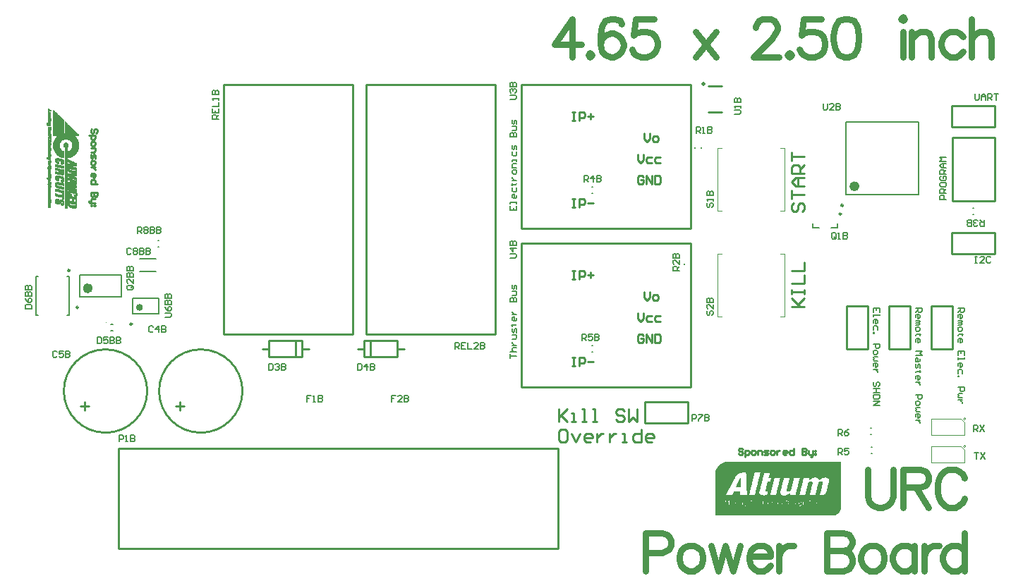
<source format=gto>
G04 Layer_Color=65535*
%FSLAX24Y24*%
%MOIN*%
G70*
G01*
G75*
%ADD23C,0.0100*%
%ADD40C,0.0039*%
%ADD41C,0.0098*%
%ADD42C,0.0236*%
%ADD43C,0.0197*%
%ADD44C,0.0157*%
%ADD45C,0.0020*%
%ADD46C,0.0079*%
%ADD47C,0.0080*%
%ADD48C,0.0010*%
%ADD49C,0.0070*%
%ADD50C,0.0300*%
D23*
X10468Y10000D02*
G03*
X10468Y10000I-1969J0D01*
G01*
X5968D02*
G03*
X5968Y10000I-1969J0D01*
G01*
X16311Y24488D02*
X22413D01*
Y12677D02*
Y24488D01*
X16311Y12677D02*
X22413D01*
X16311D02*
Y24488D01*
X9587Y12681D02*
Y24492D01*
Y12681D02*
X15689D01*
Y24492D01*
X9587D02*
X15689D01*
X13287Y12000D02*
X13602D01*
X11398D02*
X11713D01*
Y11606D02*
X13287D01*
Y12394D01*
X11713D02*
X13287D01*
X11713Y11606D02*
Y12394D01*
X12972Y11606D02*
Y12394D01*
X15898Y12000D02*
X16213D01*
X17787D02*
X18102D01*
X16213Y12394D02*
X17787D01*
X16213Y11606D02*
Y12394D01*
Y11606D02*
X17787D01*
Y12394D01*
X16528Y11606D02*
Y12394D01*
X29476Y8500D02*
X31500D01*
X29476D02*
Y9500D01*
X31500D01*
Y8500D02*
Y9500D01*
X32485Y23190D02*
X33115D01*
X32485Y24410D02*
X33115D01*
X46000Y19000D02*
Y22000D01*
X44000Y19000D02*
X46000D01*
X44000D02*
Y22000D01*
X46000D01*
X4622Y2563D02*
X25390D01*
Y7287D01*
X4622D02*
X25390D01*
X4622Y2563D02*
Y7287D01*
X43976Y16500D02*
X46000D01*
X43976D02*
Y17500D01*
X46000D01*
Y16500D02*
Y17500D01*
X43976Y22500D02*
X46000D01*
X43976D02*
Y23500D01*
X46000D01*
Y22500D02*
Y23500D01*
X23643Y24500D02*
X31643D01*
Y17700D02*
Y24500D01*
X23643Y17700D02*
X31643D01*
X23643D02*
Y24500D01*
Y17000D02*
X31643D01*
Y10200D02*
Y17000D01*
X23643Y10200D02*
X31643D01*
X23643D02*
Y17000D01*
X43000Y12000D02*
Y14024D01*
X44000D01*
Y12000D02*
Y14024D01*
X43000Y12000D02*
X44000D01*
X41000D02*
Y14024D01*
X42000D01*
Y12000D02*
Y14024D01*
X41000Y12000D02*
X42000D01*
X39000D02*
Y14024D01*
X40000D01*
Y12000D02*
Y14024D01*
X39000Y12000D02*
X40000D01*
X25400Y9160D02*
Y8560D01*
Y8760D01*
X25800Y9160D01*
X25500Y8860D01*
X25800Y8560D01*
X26000D02*
X26200D01*
X26100D01*
Y8960D01*
X26000D01*
X26500Y8560D02*
X26700D01*
X26600D01*
Y9160D01*
X26500D01*
X26999Y8560D02*
X27199D01*
X27099D01*
Y9160D01*
X26999D01*
X28499Y9060D02*
X28399Y9160D01*
X28199D01*
X28099Y9060D01*
Y8960D01*
X28199Y8860D01*
X28399D01*
X28499Y8760D01*
Y8660D01*
X28399Y8560D01*
X28199D01*
X28099Y8660D01*
X28699Y9160D02*
Y8560D01*
X28899Y8760D01*
X29099Y8560D01*
Y9160D01*
X25700Y8200D02*
X25500D01*
X25400Y8100D01*
Y7700D01*
X25500Y7600D01*
X25700D01*
X25800Y7700D01*
Y8100D01*
X25700Y8200D01*
X26000Y8000D02*
X26200Y7600D01*
X26400Y8000D01*
X26900Y7600D02*
X26700D01*
X26600Y7700D01*
Y7900D01*
X26700Y8000D01*
X26900D01*
X26999Y7900D01*
Y7800D01*
X26600D01*
X27199Y8000D02*
Y7600D01*
Y7800D01*
X27299Y7900D01*
X27399Y8000D01*
X27499D01*
X27799D02*
Y7600D01*
Y7800D01*
X27899Y7900D01*
X27999Y8000D01*
X28099D01*
X28399Y7600D02*
X28599D01*
X28499D01*
Y8000D01*
X28399D01*
X29299Y8200D02*
Y7600D01*
X28999D01*
X28899Y7700D01*
Y7900D01*
X28999Y8000D01*
X29299D01*
X29799Y7600D02*
X29599D01*
X29499Y7700D01*
Y7900D01*
X29599Y8000D01*
X29799D01*
X29899Y7900D01*
Y7800D01*
X29499D01*
X3550Y22200D02*
X3600Y22250D01*
Y22350D01*
X3550Y22400D01*
X3500D01*
X3450Y22350D01*
Y22250D01*
X3400Y22200D01*
X3350D01*
X3300Y22250D01*
Y22350D01*
X3350Y22400D01*
X3200Y22100D02*
X3500D01*
Y21950D01*
X3450Y21900D01*
X3350D01*
X3300Y21950D01*
Y22100D01*
Y21750D02*
Y21650D01*
X3350Y21600D01*
X3450D01*
X3500Y21650D01*
Y21750D01*
X3450Y21800D01*
X3350D01*
X3300Y21750D01*
Y21500D02*
X3500D01*
Y21350D01*
X3450Y21300D01*
X3300D01*
Y21200D02*
Y21050D01*
X3350Y21000D01*
X3400Y21050D01*
Y21150D01*
X3450Y21200D01*
X3500Y21150D01*
Y21000D01*
X3300Y20851D02*
Y20751D01*
X3350Y20701D01*
X3450D01*
X3500Y20751D01*
Y20851D01*
X3450Y20900D01*
X3350D01*
X3300Y20851D01*
X3500Y20601D02*
X3300D01*
X3400D01*
X3450Y20551D01*
X3500Y20501D01*
Y20451D01*
X3300Y20151D02*
Y20251D01*
X3350Y20301D01*
X3450D01*
X3500Y20251D01*
Y20151D01*
X3450Y20101D01*
X3400D01*
Y20301D01*
X3600Y19801D02*
X3300D01*
Y19951D01*
X3350Y20001D01*
X3450D01*
X3500Y19951D01*
Y19801D01*
X3600Y19401D02*
X3300D01*
Y19251D01*
X3350Y19201D01*
X3400D01*
X3450Y19251D01*
Y19401D01*
Y19251D01*
X3500Y19201D01*
X3550D01*
X3600Y19251D01*
Y19401D01*
X3500Y19101D02*
X3350D01*
X3300Y19051D01*
Y18901D01*
X3250D01*
X3200Y18951D01*
Y19001D01*
X3300Y18901D02*
X3500D01*
Y18801D02*
Y18751D01*
X3450D01*
Y18801D01*
X3500D01*
X3350D02*
Y18751D01*
X3300D01*
Y18801D01*
X3350D01*
X36400Y14000D02*
X37000D01*
X36800D01*
X36400Y14400D01*
X36700Y14100D01*
X37000Y14400D01*
X36400Y14600D02*
Y14800D01*
Y14700D01*
X37000D01*
Y14600D01*
Y14800D01*
X36400Y15100D02*
X37000D01*
Y15500D01*
X36400Y15699D02*
X37000D01*
Y16099D01*
X36500Y18900D02*
X36400Y18800D01*
Y18600D01*
X36500Y18500D01*
X36600D01*
X36700Y18600D01*
Y18800D01*
X36800Y18900D01*
X36900D01*
X37000Y18800D01*
Y18600D01*
X36900Y18500D01*
X36400Y19100D02*
Y19500D01*
Y19300D01*
X37000D01*
Y19700D02*
X36600D01*
X36400Y19900D01*
X36600Y20099D01*
X37000D01*
X36700D01*
Y19700D01*
X37000Y20299D02*
X36400D01*
Y20599D01*
X36500Y20699D01*
X36700D01*
X36800Y20599D01*
Y20299D01*
Y20499D02*
X37000Y20699D01*
X36400Y20899D02*
Y21299D01*
Y21099D01*
X37000D01*
X29143Y21200D02*
Y20933D01*
X29277Y20800D01*
X29410Y20933D01*
Y21200D01*
X29810Y21067D02*
X29610D01*
X29543Y21000D01*
Y20867D01*
X29610Y20800D01*
X29810D01*
X30210Y21067D02*
X30010D01*
X29943Y21000D01*
Y20867D01*
X30010Y20800D01*
X30210D01*
X29443Y22200D02*
Y21933D01*
X29577Y21800D01*
X29710Y21933D01*
Y22200D01*
X29910Y21800D02*
X30043D01*
X30110Y21867D01*
Y22000D01*
X30043Y22067D01*
X29910D01*
X29843Y22000D01*
Y21867D01*
X29910Y21800D01*
X29410Y20133D02*
X29343Y20200D01*
X29210D01*
X29143Y20133D01*
Y19867D01*
X29210Y19800D01*
X29343D01*
X29410Y19867D01*
Y20000D01*
X29277D01*
X29543Y19800D02*
Y20200D01*
X29810Y19800D01*
Y20200D01*
X29943D02*
Y19800D01*
X30143D01*
X30210Y19867D01*
Y20133D01*
X30143Y20200D01*
X29943D01*
X26043Y23200D02*
X26177D01*
X26110D01*
Y22800D01*
X26043D01*
X26177D01*
X26377D02*
Y23200D01*
X26576D01*
X26643Y23133D01*
Y23000D01*
X26576Y22933D01*
X26377D01*
X26776Y23000D02*
X27043D01*
X26910Y23133D02*
Y22867D01*
X26043Y19100D02*
X26177D01*
X26110D01*
Y18700D01*
X26043D01*
X26177D01*
X26377D02*
Y19100D01*
X26576D01*
X26643Y19033D01*
Y18900D01*
X26576Y18833D01*
X26377D01*
X26776Y18900D02*
X27043D01*
X29143Y13700D02*
Y13433D01*
X29277Y13300D01*
X29410Y13433D01*
Y13700D01*
X29810Y13567D02*
X29610D01*
X29543Y13500D01*
Y13367D01*
X29610Y13300D01*
X29810D01*
X30210Y13567D02*
X30010D01*
X29943Y13500D01*
Y13367D01*
X30010Y13300D01*
X30210D01*
X29443Y14700D02*
Y14433D01*
X29577Y14300D01*
X29710Y14433D01*
Y14700D01*
X29910Y14300D02*
X30043D01*
X30110Y14367D01*
Y14500D01*
X30043Y14567D01*
X29910D01*
X29843Y14500D01*
Y14367D01*
X29910Y14300D01*
X29410Y12633D02*
X29343Y12700D01*
X29210D01*
X29143Y12633D01*
Y12367D01*
X29210Y12300D01*
X29343D01*
X29410Y12367D01*
Y12500D01*
X29277D01*
X29543Y12300D02*
Y12700D01*
X29810Y12300D01*
Y12700D01*
X29943D02*
Y12300D01*
X30143D01*
X30210Y12367D01*
Y12633D01*
X30143Y12700D01*
X29943D01*
X26043Y15700D02*
X26177D01*
X26110D01*
Y15300D01*
X26043D01*
X26177D01*
X26377D02*
Y15700D01*
X26576D01*
X26643Y15633D01*
Y15500D01*
X26576Y15433D01*
X26377D01*
X26776Y15500D02*
X27043D01*
X26910Y15633D02*
Y15367D01*
X26043Y11600D02*
X26177D01*
X26110D01*
Y11200D01*
X26043D01*
X26177D01*
X26377D02*
Y11600D01*
X26576D01*
X26643Y11533D01*
Y11400D01*
X26576Y11333D01*
X26377D01*
X26776Y11400D02*
X27043D01*
X7319Y9276D02*
X7719D01*
X7519Y9476D02*
Y9076D01*
X2819Y9276D02*
X3219D01*
X3019Y9476D02*
Y9076D01*
X34100Y7250D02*
X34050Y7300D01*
X33950D01*
X33900Y7250D01*
Y7200D01*
X33950Y7150D01*
X34050D01*
X34100Y7100D01*
Y7050D01*
X34050Y7000D01*
X33950D01*
X33900Y7050D01*
X34200Y6900D02*
Y7200D01*
X34350D01*
X34400Y7150D01*
Y7050D01*
X34350Y7000D01*
X34200D01*
X34550D02*
X34650D01*
X34700Y7050D01*
Y7150D01*
X34650Y7200D01*
X34550D01*
X34500Y7150D01*
Y7050D01*
X34550Y7000D01*
X34800D02*
Y7200D01*
X34950D01*
X35000Y7150D01*
Y7000D01*
X35100D02*
X35250D01*
X35300Y7050D01*
X35250Y7100D01*
X35150D01*
X35100Y7150D01*
X35150Y7200D01*
X35300D01*
X35450Y7000D02*
X35549D01*
X35599Y7050D01*
Y7150D01*
X35549Y7200D01*
X35450D01*
X35400Y7150D01*
Y7050D01*
X35450Y7000D01*
X35699Y7200D02*
Y7000D01*
Y7100D01*
X35749Y7150D01*
X35799Y7200D01*
X35849D01*
X36149Y7000D02*
X36049D01*
X35999Y7050D01*
Y7150D01*
X36049Y7200D01*
X36149D01*
X36199Y7150D01*
Y7100D01*
X35999D01*
X36499Y7300D02*
Y7000D01*
X36349D01*
X36299Y7050D01*
Y7150D01*
X36349Y7200D01*
X36499D01*
X36899Y7300D02*
Y7000D01*
X37049D01*
X37099Y7050D01*
Y7100D01*
X37049Y7150D01*
X36899D01*
X37049D01*
X37099Y7200D01*
Y7250D01*
X37049Y7300D01*
X36899D01*
X37199Y7200D02*
Y7050D01*
X37249Y7000D01*
X37399D01*
Y6950D01*
X37349Y6900D01*
X37299D01*
X37399Y7000D02*
Y7200D01*
X37499D02*
X37549D01*
Y7150D01*
X37499D01*
Y7200D01*
Y7050D02*
X37549D01*
Y7000D01*
X37499D01*
Y7050D01*
D40*
X4044Y13249D02*
G03*
X4044Y13249I-20J0D01*
G01*
X44638Y7382D02*
G03*
X44638Y7382I-51J0D01*
G01*
Y8682D02*
G03*
X44638Y8682I-51J0D01*
G01*
X32925Y13524D02*
X33122D01*
X32925D02*
Y16476D01*
X33122D01*
X35878D02*
X36075D01*
Y13524D02*
Y16476D01*
X35878Y13524D02*
X36075D01*
X35878Y21476D02*
X36075D01*
Y18524D02*
Y21476D01*
X35878Y18524D02*
X36075D01*
X32925D02*
X33122D01*
X32925D02*
Y21476D01*
X33122D01*
X44587Y6606D02*
Y7236D01*
X44430Y7394D02*
X44587Y7236D01*
X43013Y7394D02*
X44430D01*
X43013Y6606D02*
X44587D01*
X43013D02*
Y7394D01*
X44587Y7906D02*
Y8536D01*
X44430Y8694D02*
X44587Y8536D01*
X43013Y8694D02*
X44430D01*
X43013Y7906D02*
X44587D01*
X43013D02*
Y8694D01*
D41*
X38758Y18374D02*
G03*
X38758Y18374I-49J0D01*
G01*
X2715Y13953D02*
G03*
X2715Y13953I-49J0D01*
G01*
X38850Y18776D02*
G03*
X38850Y18776I-49J0D01*
G01*
X5260Y13166D02*
G03*
X5260Y13166I-49J0D01*
G01*
X2306Y15697D02*
G03*
X2306Y15697I-49J0D01*
G01*
D42*
X3278Y14858D02*
G03*
X3278Y14858I-118J0D01*
G01*
X39499Y19681D02*
G03*
X39499Y19681I-118J0D01*
G01*
D43*
X32249Y24509D02*
G03*
X32249Y24509I-0J0D01*
G01*
D44*
X5683Y13954D02*
G03*
X5683Y13954I-79J0D01*
G01*
D45*
X2710Y22080D02*
Y22140D01*
Y21460D02*
Y21780D01*
X2690Y22080D02*
Y22140D01*
Y21400D02*
Y21840D01*
X2670Y22080D02*
Y22160D01*
Y21360D02*
Y21880D01*
X2650Y22080D02*
Y22180D01*
Y21320D02*
Y21920D01*
Y19240D02*
Y19360D01*
X2630Y22080D02*
Y22200D01*
Y21280D02*
Y21960D01*
Y20640D02*
Y20760D01*
Y20340D02*
Y20560D01*
Y20180D02*
Y20280D01*
Y19980D02*
Y20100D01*
Y19800D02*
Y19940D01*
Y19620D02*
Y19720D01*
Y19440D02*
Y19560D01*
Y19220D02*
Y19380D01*
Y18700D02*
Y19160D01*
X2610Y22080D02*
Y22220D01*
Y21260D02*
Y21980D01*
Y20640D02*
Y20780D01*
Y20320D02*
Y20560D01*
Y20180D02*
Y20280D01*
Y19980D02*
Y20100D01*
Y19800D02*
Y19940D01*
Y19620D02*
Y19720D01*
Y19440D02*
Y19560D01*
Y19200D02*
Y19420D01*
Y18680D02*
Y19160D01*
X2590Y22080D02*
Y22240D01*
Y21240D02*
Y22000D01*
Y20640D02*
Y20780D01*
Y20320D02*
Y20560D01*
Y20180D02*
Y20280D01*
Y20000D02*
Y20100D01*
Y19800D02*
Y19940D01*
Y19620D02*
Y19740D01*
Y19460D02*
Y19560D01*
Y19200D02*
Y19420D01*
Y18660D02*
Y19180D01*
X2570Y22080D02*
Y22260D01*
Y21220D02*
Y22020D01*
Y20640D02*
Y20780D01*
Y20300D02*
Y20580D01*
Y20180D02*
Y20280D01*
Y20000D02*
Y20120D01*
Y19800D02*
Y19960D01*
Y19620D02*
Y19740D01*
Y19460D02*
Y19560D01*
Y19200D02*
Y19440D01*
Y18660D02*
Y19180D01*
X2550Y22080D02*
Y22280D01*
Y21200D02*
Y22040D01*
Y20640D02*
Y20800D01*
Y20480D02*
Y20580D01*
Y20300D02*
Y20420D01*
Y20180D02*
Y20280D01*
Y20020D02*
Y20120D01*
Y19800D02*
Y19960D01*
Y19600D02*
Y19740D01*
Y19460D02*
Y19560D01*
Y19340D02*
Y19440D01*
Y19200D02*
Y19300D01*
Y19080D02*
Y19180D01*
Y18840D02*
Y18940D01*
Y18660D02*
Y18780D01*
X2530Y22080D02*
Y22300D01*
Y21180D02*
Y22060D01*
Y20640D02*
Y20800D01*
Y20480D02*
Y20580D01*
Y20300D02*
Y20420D01*
Y20180D02*
Y20280D01*
Y20020D02*
Y20140D01*
Y19800D02*
Y19980D01*
Y19600D02*
Y19740D01*
Y19340D02*
Y19580D01*
Y19200D02*
Y19300D01*
Y19080D02*
Y19180D01*
Y18840D02*
Y18940D01*
Y18660D02*
Y18780D01*
X2510Y21160D02*
Y22320D01*
Y20640D02*
Y20820D01*
Y20480D02*
Y20580D01*
Y20300D02*
Y20420D01*
Y20180D02*
Y20280D01*
Y20040D02*
Y20140D01*
Y19800D02*
Y19980D01*
Y19600D02*
Y19760D01*
Y19480D02*
Y19580D01*
Y19360D02*
Y19460D01*
Y19200D02*
Y19300D01*
Y19080D02*
Y19180D01*
Y18840D02*
Y18940D01*
Y18660D02*
Y18780D01*
X2490Y21140D02*
Y22340D01*
Y20740D02*
Y20820D01*
Y20640D02*
Y20720D01*
Y20480D02*
Y20580D01*
Y20300D02*
Y20420D01*
Y20180D02*
Y20280D01*
Y20040D02*
Y20140D01*
Y19800D02*
Y20000D01*
Y19600D02*
Y19760D01*
Y19480D02*
Y19580D01*
Y19360D02*
Y19460D01*
Y19280D02*
Y19300D01*
Y19080D02*
Y19200D01*
Y18840D02*
Y18940D01*
Y18660D02*
Y18780D01*
X2470Y21140D02*
Y22360D01*
Y20640D02*
Y20840D01*
Y20480D02*
Y20600D01*
Y20320D02*
Y20420D01*
Y20180D02*
Y20280D01*
Y20060D02*
Y20160D01*
Y19800D02*
Y20000D01*
Y19480D02*
Y19760D01*
Y19360D02*
Y19460D01*
Y18840D02*
Y19200D01*
Y18660D02*
Y18780D01*
X2450Y21120D02*
Y22380D01*
Y20620D02*
Y20840D01*
Y20480D02*
Y20600D01*
Y20320D02*
Y20420D01*
Y20180D02*
Y20280D01*
Y20060D02*
Y20160D01*
Y19920D02*
Y20000D01*
Y19800D02*
Y19900D01*
Y19360D02*
Y19760D01*
Y18980D02*
Y19200D01*
Y18860D02*
Y18960D01*
Y18660D02*
Y18780D01*
X2430Y21100D02*
Y22400D01*
Y20760D02*
Y20860D01*
Y20620D02*
Y20740D01*
Y20500D02*
Y20600D01*
Y20320D02*
Y20420D01*
Y20180D02*
Y20280D01*
Y20060D02*
Y20160D01*
Y19920D02*
Y20020D01*
Y19800D02*
Y19900D01*
Y19380D02*
Y19780D01*
Y18980D02*
Y19200D01*
Y18860D02*
Y18960D01*
Y18660D02*
Y18780D01*
X2410Y21720D02*
Y22420D01*
Y21100D02*
Y21520D01*
Y20760D02*
Y20860D01*
Y20620D02*
Y20740D01*
Y20500D02*
Y20600D01*
Y20320D02*
Y20420D01*
Y20080D02*
Y20280D01*
Y19920D02*
Y20020D01*
Y19800D02*
Y19900D01*
Y19680D02*
Y19780D01*
Y19500D02*
Y19660D01*
Y19380D02*
Y19480D01*
Y18980D02*
Y19220D01*
Y18860D02*
Y18960D01*
Y18680D02*
Y18800D01*
X2390Y21780D02*
Y22440D01*
Y21080D02*
Y21480D01*
Y20620D02*
Y20880D01*
Y20500D02*
Y20600D01*
Y20320D02*
Y20440D01*
Y20200D02*
Y20280D01*
Y20080D02*
Y20180D01*
Y19800D02*
Y20040D01*
Y19680D02*
Y19780D01*
Y19500D02*
Y19660D01*
Y19380D02*
Y19480D01*
Y19120D02*
Y19220D01*
Y18860D02*
Y18960D01*
Y18700D02*
Y18800D01*
X2370Y21800D02*
Y22460D01*
Y21080D02*
Y21440D01*
Y20640D02*
Y20880D01*
Y20500D02*
Y20620D01*
Y20340D02*
Y20440D01*
Y20100D02*
Y20280D01*
Y19800D02*
Y20040D01*
Y19680D02*
Y19780D01*
Y19500D02*
Y19660D01*
Y19380D02*
Y19480D01*
Y19120D02*
Y19320D01*
Y18860D02*
Y18980D01*
Y18700D02*
Y18800D01*
X2350Y21820D02*
Y22480D01*
Y21060D02*
Y21420D01*
Y20640D02*
Y20880D01*
Y20520D02*
Y20620D01*
Y20340D02*
Y20440D01*
Y20100D02*
Y20280D01*
Y19800D02*
Y20060D01*
Y19680D02*
Y19780D01*
Y19380D02*
Y19660D01*
Y19120D02*
Y19320D01*
Y18880D02*
Y18980D01*
Y18700D02*
Y18800D01*
X2330Y21840D02*
Y22500D01*
Y21060D02*
Y21400D01*
Y20640D02*
Y20900D01*
Y20520D02*
Y20620D01*
Y20340D02*
Y20460D01*
Y20120D02*
Y20280D01*
Y19800D02*
Y20060D01*
Y19680D02*
Y19780D01*
Y19400D02*
Y19660D01*
Y19120D02*
Y19340D01*
Y18880D02*
Y18980D01*
Y18700D02*
Y18820D01*
X2310Y21860D02*
Y22520D01*
Y21040D02*
Y21380D01*
Y20800D02*
Y20920D01*
Y20520D02*
Y20740D01*
Y20360D02*
Y20460D01*
Y20120D02*
Y20280D01*
Y19960D02*
Y20080D01*
Y19800D02*
Y19900D01*
Y19700D02*
Y19780D01*
Y19520D02*
Y19660D01*
Y19400D02*
Y19500D01*
Y19240D02*
Y19340D01*
Y19120D02*
Y19220D01*
Y18880D02*
Y18980D01*
Y18720D02*
Y18820D01*
X2290Y21880D02*
Y22540D01*
Y21040D02*
Y21360D01*
Y20820D02*
Y20920D01*
Y20360D02*
Y20740D01*
Y20120D02*
Y20280D01*
Y19980D02*
Y20080D01*
Y19700D02*
Y19900D01*
Y19520D02*
Y19640D01*
Y18720D02*
Y19500D01*
X2270Y21880D02*
Y22560D01*
Y21040D02*
Y21360D01*
Y20820D02*
Y20920D01*
Y20380D02*
Y20740D01*
Y20140D02*
Y20280D01*
Y19980D02*
Y20080D01*
Y19700D02*
Y19900D01*
Y19520D02*
Y19640D01*
Y19260D02*
Y19500D01*
Y18740D02*
Y19240D01*
X2250Y21900D02*
Y22580D01*
Y21040D02*
Y21340D01*
Y20820D02*
Y20940D01*
Y20400D02*
Y20740D01*
Y20140D02*
Y20280D01*
Y19980D02*
Y20100D01*
Y19700D02*
Y19900D01*
Y19520D02*
Y19640D01*
Y19280D02*
Y19480D01*
Y18760D02*
Y19240D01*
X2230Y21900D02*
Y22580D01*
Y21580D02*
Y21680D01*
Y21040D02*
Y21340D01*
Y20840D02*
Y20940D01*
Y20420D02*
Y20740D01*
Y20160D02*
Y20280D01*
Y20000D02*
Y20100D01*
Y19700D02*
Y19900D01*
Y19520D02*
Y19640D01*
Y19300D02*
Y19460D01*
Y18780D02*
Y19240D01*
X2210Y21900D02*
Y22200D01*
Y21560D02*
Y21700D01*
Y19340D02*
Y19420D01*
X2190Y21920D02*
Y22220D01*
Y21540D02*
Y21720D01*
X2170Y21920D02*
Y22660D01*
Y18660D02*
Y21720D01*
X2150Y21920D02*
Y22680D01*
Y18660D02*
Y21740D01*
X2130Y21920D02*
Y22700D01*
Y18660D02*
Y21740D01*
X2110Y21920D02*
Y22720D01*
Y18660D02*
Y21740D01*
X2090Y21920D02*
Y22740D01*
Y18660D02*
Y21740D01*
X2070Y21920D02*
Y22740D01*
Y18660D02*
Y21720D01*
X2050Y21920D02*
Y22200D01*
Y21540D02*
Y21720D01*
X2030Y21900D02*
Y22200D01*
Y21560D02*
Y21700D01*
Y20780D02*
Y20880D01*
Y20540D02*
Y20620D01*
Y20300D02*
Y20460D01*
Y19960D02*
Y20060D01*
Y19720D02*
Y19800D01*
Y19560D02*
Y19640D01*
Y19380D02*
Y19480D01*
Y19080D02*
Y19320D01*
Y18860D02*
Y18960D01*
X2010Y21900D02*
Y22820D01*
Y21580D02*
Y21660D01*
Y21040D02*
Y21340D01*
Y20760D02*
Y20920D01*
Y20540D02*
Y20640D01*
Y20240D02*
Y20480D01*
Y19920D02*
Y20100D01*
Y19720D02*
Y19820D01*
Y19560D02*
Y19660D01*
Y19380D02*
Y19480D01*
Y19080D02*
Y19340D01*
Y18820D02*
Y19000D01*
X1990Y21900D02*
Y22840D01*
Y21040D02*
Y21340D01*
Y20740D02*
Y20940D01*
Y20540D02*
Y20640D01*
Y20240D02*
Y20480D01*
Y19920D02*
Y20120D01*
Y19720D02*
Y19820D01*
Y19560D02*
Y19660D01*
Y19380D02*
Y19480D01*
Y19080D02*
Y19340D01*
Y18820D02*
Y19020D01*
X1970Y21880D02*
Y22860D01*
Y21040D02*
Y21360D01*
Y20740D02*
Y20960D01*
Y20560D02*
Y20660D01*
Y20220D02*
Y20480D01*
Y19900D02*
Y20140D01*
Y19740D02*
Y19840D01*
Y19560D02*
Y19660D01*
Y19400D02*
Y19500D01*
Y19080D02*
Y19340D01*
Y18800D02*
Y19040D01*
X1950Y21880D02*
Y22880D01*
Y21040D02*
Y21360D01*
Y20860D02*
Y20960D01*
Y20720D02*
Y20840D01*
Y20560D02*
Y20660D01*
Y20220D02*
Y20500D01*
Y20020D02*
Y20140D01*
Y19900D02*
Y20000D01*
Y19740D02*
Y19840D01*
Y19560D02*
Y19660D01*
Y19400D02*
Y19500D01*
Y19080D02*
Y19340D01*
Y18940D02*
Y19040D01*
Y18800D02*
Y18900D01*
X1930Y21860D02*
Y22900D01*
Y21060D02*
Y21380D01*
Y20880D02*
Y20980D01*
Y20720D02*
Y20840D01*
Y20560D02*
Y20660D01*
Y20400D02*
Y20500D01*
Y20220D02*
Y20320D01*
Y20040D02*
Y20160D01*
Y19900D02*
Y20000D01*
Y19740D02*
Y19840D01*
Y19560D02*
Y19680D01*
Y19400D02*
Y19500D01*
Y19180D02*
Y19280D01*
Y18940D02*
Y19060D01*
Y18800D02*
Y18900D01*
X1910Y21840D02*
Y22920D01*
Y21060D02*
Y21400D01*
Y20880D02*
Y20980D01*
Y20740D02*
Y20840D01*
Y20560D02*
Y20660D01*
Y20400D02*
Y20500D01*
Y20220D02*
Y20340D01*
Y20060D02*
Y20160D01*
Y19900D02*
Y20000D01*
Y19740D02*
Y19840D01*
Y19580D02*
Y19680D01*
Y19400D02*
Y19500D01*
Y19180D02*
Y19280D01*
Y18940D02*
Y19060D01*
Y18800D02*
Y18900D01*
X1890Y21820D02*
Y22940D01*
Y21060D02*
Y21420D01*
Y20900D02*
Y21000D01*
Y20740D02*
Y20840D01*
Y20560D02*
Y20680D01*
Y20400D02*
Y20500D01*
Y20240D02*
Y20340D01*
Y20060D02*
Y20160D01*
Y19920D02*
Y20000D01*
Y19740D02*
Y19860D01*
Y19580D02*
Y19680D01*
Y19400D02*
Y19500D01*
Y19180D02*
Y19280D01*
Y18920D02*
Y19060D01*
Y18820D02*
Y18900D01*
X1870Y21800D02*
Y22960D01*
Y21080D02*
Y21460D01*
Y20900D02*
Y21000D01*
Y20580D02*
Y20680D01*
Y20240D02*
Y20500D01*
Y20060D02*
Y20160D01*
Y19760D02*
Y19860D01*
Y19580D02*
Y19680D01*
Y19420D02*
Y19500D01*
Y19180D02*
Y19280D01*
Y18900D02*
Y19040D01*
X1850Y21760D02*
Y22980D01*
Y21080D02*
Y21480D01*
Y20900D02*
Y21000D01*
Y20580D02*
Y20680D01*
Y20260D02*
Y20500D01*
Y20080D02*
Y20180D01*
Y19760D02*
Y19860D01*
Y19580D02*
Y19680D01*
Y19420D02*
Y19520D01*
Y19200D02*
Y19300D01*
Y18880D02*
Y19040D01*
X1830Y21700D02*
Y23000D01*
Y21100D02*
Y21540D01*
Y20900D02*
Y21000D01*
Y20580D02*
Y20680D01*
Y20280D02*
Y20520D01*
Y20080D02*
Y20180D01*
Y19760D02*
Y19860D01*
Y19600D02*
Y19700D01*
Y19420D02*
Y19520D01*
Y19200D02*
Y19300D01*
Y18860D02*
Y19020D01*
X1810Y21120D02*
Y23020D01*
Y20900D02*
Y21000D01*
Y20580D02*
Y20680D01*
Y20260D02*
Y20520D01*
Y20080D02*
Y20180D01*
Y19760D02*
Y19860D01*
Y19600D02*
Y19700D01*
Y19420D02*
Y19520D01*
Y19200D02*
Y19300D01*
Y18840D02*
Y19000D01*
X1790Y21120D02*
Y23040D01*
Y20900D02*
Y21000D01*
Y20600D02*
Y20700D01*
Y20260D02*
Y20520D01*
Y20080D02*
Y20180D01*
Y19760D02*
Y19860D01*
Y19600D02*
Y19700D01*
Y19420D02*
Y19520D01*
Y19200D02*
Y19300D01*
Y18840D02*
Y18980D01*
X1770Y21140D02*
Y23060D01*
Y20920D02*
Y21020D01*
Y20760D02*
Y20860D01*
Y20600D02*
Y20700D01*
Y20420D02*
Y20520D01*
Y20260D02*
Y20360D01*
Y20080D02*
Y20200D01*
Y19940D02*
Y20040D01*
Y19780D02*
Y19880D01*
Y19600D02*
Y19700D01*
Y19440D02*
Y19540D01*
Y19200D02*
Y19300D01*
Y18980D02*
Y19080D01*
Y18840D02*
Y18960D01*
X1750Y21160D02*
Y23060D01*
Y20920D02*
Y21020D01*
Y20760D02*
Y20860D01*
Y20600D02*
Y20700D01*
Y20420D02*
Y20520D01*
Y20260D02*
Y20360D01*
Y20100D02*
Y20200D01*
Y19940D02*
Y20040D01*
Y19780D02*
Y19880D01*
Y19620D02*
Y19720D01*
Y19440D02*
Y19540D01*
Y19200D02*
Y19300D01*
Y18980D02*
Y19080D01*
Y18840D02*
Y18940D01*
X1730Y22080D02*
Y23100D01*
Y21160D02*
Y22060D01*
Y20920D02*
Y21020D01*
Y20760D02*
Y20860D01*
Y20600D02*
Y20700D01*
Y20440D02*
Y20540D01*
Y20260D02*
Y20360D01*
Y20100D02*
Y20200D01*
Y19940D02*
Y20040D01*
Y19780D02*
Y19880D01*
Y19620D02*
Y19720D01*
Y19440D02*
Y19540D01*
Y19220D02*
Y19320D01*
Y18980D02*
Y19080D01*
Y18840D02*
Y18940D01*
X1710Y22080D02*
Y23120D01*
Y21180D02*
Y22060D01*
Y20920D02*
Y21020D01*
Y20780D02*
Y20880D01*
Y20620D02*
Y20720D01*
Y20440D02*
Y20540D01*
Y20280D02*
Y20360D01*
Y20100D02*
Y20200D01*
Y19960D02*
Y20060D01*
Y19780D02*
Y19880D01*
Y19620D02*
Y19720D01*
Y19440D02*
Y19540D01*
Y19220D02*
Y19320D01*
Y18980D02*
Y19100D01*
Y18840D02*
Y18940D01*
X1690Y22080D02*
Y23120D01*
Y21200D02*
Y22040D01*
Y20780D02*
Y21020D01*
Y20620D02*
Y20720D01*
Y20440D02*
Y20540D01*
Y20280D02*
Y20380D01*
Y19960D02*
Y20200D01*
Y19620D02*
Y19880D01*
Y19440D02*
Y19560D01*
Y19220D02*
Y19320D01*
Y18860D02*
Y19100D01*
X1670Y22080D02*
Y23140D01*
Y21220D02*
Y22020D01*
Y20800D02*
Y21020D01*
Y20620D02*
Y20720D01*
Y20440D02*
Y20540D01*
Y20280D02*
Y20380D01*
Y19980D02*
Y20200D01*
Y19640D02*
Y19880D01*
Y19460D02*
Y19560D01*
Y19220D02*
Y19320D01*
Y18860D02*
Y19080D01*
X1650Y22080D02*
Y23180D01*
Y21260D02*
Y21980D01*
Y20820D02*
Y21000D01*
Y20620D02*
Y20720D01*
Y20460D02*
Y20560D01*
Y20280D02*
Y20380D01*
Y19980D02*
Y20180D01*
Y19660D02*
Y19860D01*
Y19460D02*
Y19560D01*
Y19220D02*
Y19340D01*
Y18880D02*
Y19080D01*
X1630Y22080D02*
Y23200D01*
Y21280D02*
Y21960D01*
Y20840D02*
Y20980D01*
Y20620D02*
Y20720D01*
Y20460D02*
Y20560D01*
Y20280D02*
Y20380D01*
Y20020D02*
Y20160D01*
Y19680D02*
Y19860D01*
Y19460D02*
Y19560D01*
Y19240D02*
Y19340D01*
Y18900D02*
Y19060D01*
X1610Y22080D02*
Y23200D01*
Y21300D02*
Y21940D01*
X1590Y22080D02*
Y23220D01*
Y21340D02*
Y21900D01*
X1570Y22080D02*
Y23260D01*
Y21380D02*
Y21860D01*
X1550Y22080D02*
Y23260D01*
Y21420D02*
Y21820D01*
X1530Y22080D02*
Y23280D01*
Y21480D02*
Y21760D01*
X1510Y22080D02*
Y23280D01*
X1430Y23240D02*
Y23280D01*
Y22780D02*
Y22900D01*
Y22340D02*
Y22420D01*
Y22060D02*
Y22120D01*
Y21900D02*
Y21960D01*
Y21800D02*
Y21860D01*
Y21660D02*
Y21700D01*
Y21400D02*
Y21480D01*
Y20820D02*
Y20880D01*
Y20560D02*
Y20600D01*
Y20140D02*
Y20260D01*
Y19820D02*
Y19860D01*
Y19660D02*
Y19700D01*
Y18920D02*
Y18980D01*
X1410Y23240D02*
Y23300D01*
Y22780D02*
Y22900D01*
Y22340D02*
Y22480D01*
Y22020D02*
Y22140D01*
Y21900D02*
Y22000D01*
Y21780D02*
Y21880D01*
Y21660D02*
Y21720D01*
Y21400D02*
Y21480D01*
Y21120D02*
Y21180D01*
Y20820D02*
Y20880D01*
Y20520D02*
Y20640D01*
Y20140D02*
Y20260D01*
Y20080D02*
Y20120D01*
Y19800D02*
Y19900D01*
Y19660D02*
Y19720D01*
Y19000D02*
Y19040D01*
Y18920D02*
Y18980D01*
X1390Y23240D02*
Y23300D01*
Y23100D02*
Y23180D01*
Y22960D02*
Y23060D01*
Y22780D02*
Y22940D01*
Y22740D02*
Y22760D01*
Y22680D02*
Y22720D01*
Y22540D02*
Y22620D01*
Y22360D02*
Y22500D01*
Y22320D02*
Y22340D01*
Y22200D02*
Y22280D01*
Y21760D02*
Y22140D01*
Y21660D02*
Y21720D01*
Y21560D02*
Y21640D01*
Y21360D02*
Y21500D01*
Y21300D02*
Y21340D01*
Y21220D02*
Y21280D01*
Y20920D02*
Y21200D01*
Y20720D02*
Y20880D01*
Y20520D02*
Y20660D01*
Y20380D02*
Y20500D01*
Y20280D02*
Y20360D01*
Y20080D02*
Y20260D01*
Y20020D02*
Y20060D01*
Y19940D02*
Y20000D01*
Y19800D02*
Y19900D01*
Y19660D02*
Y19720D01*
Y19560D02*
Y19640D01*
Y19440D02*
Y19540D01*
Y19320D02*
Y19380D01*
Y19180D02*
Y19300D01*
Y19080D02*
Y19160D01*
Y19000D02*
Y19060D01*
Y18920D02*
Y18980D01*
Y18840D02*
Y18900D01*
Y18700D02*
Y18800D01*
X1370Y23240D02*
Y23300D01*
Y23100D02*
Y23200D01*
Y22540D02*
Y23080D01*
Y22300D02*
Y22500D01*
Y22200D02*
Y22280D01*
Y21940D02*
Y22140D01*
Y21760D02*
Y21900D01*
Y20920D02*
Y21720D01*
Y20840D02*
Y20880D01*
Y20700D02*
Y20820D01*
Y20600D02*
Y20660D01*
Y20460D02*
Y20580D01*
Y20020D02*
Y20440D01*
Y19940D02*
Y20000D01*
Y19800D02*
Y19900D01*
Y19760D02*
Y19780D01*
Y19560D02*
Y19720D01*
Y19320D02*
Y19540D01*
Y18820D02*
Y19300D01*
Y18700D02*
Y18800D01*
X1350Y23240D02*
Y23320D01*
Y23100D02*
Y23200D01*
Y22540D02*
Y23080D01*
Y22180D02*
Y22500D01*
Y21960D02*
Y22140D01*
Y21780D02*
Y21900D01*
Y21680D02*
Y21740D01*
Y20920D02*
Y21660D01*
Y20700D02*
Y20900D01*
Y20600D02*
Y20680D01*
Y20460D02*
Y20580D01*
Y19960D02*
Y20440D01*
Y19760D02*
Y19920D01*
Y19680D02*
Y19740D01*
Y19560D02*
Y19660D01*
Y18820D02*
Y19540D01*
Y18680D02*
Y18800D01*
X1330Y23240D02*
Y23340D01*
Y22800D02*
Y23220D01*
Y22740D02*
Y22780D01*
Y22620D02*
Y22720D01*
Y22540D02*
Y22600D01*
Y22440D02*
Y22500D01*
Y22180D02*
Y22420D01*
Y21960D02*
Y22160D01*
Y21760D02*
Y21900D01*
Y21220D02*
Y21740D01*
Y21060D02*
Y21200D01*
Y20940D02*
Y21040D01*
Y20700D02*
Y20900D01*
Y20620D02*
Y20680D01*
Y20160D02*
Y20580D01*
Y20100D02*
Y20140D01*
Y19960D02*
Y20080D01*
Y19760D02*
Y19920D01*
Y19680D02*
Y19740D01*
Y19620D02*
Y19660D01*
Y19020D02*
Y19600D01*
Y18880D02*
Y19000D01*
Y18700D02*
Y18860D01*
X1310Y22540D02*
Y23340D01*
Y22380D02*
Y22500D01*
Y22200D02*
Y22360D01*
Y22060D02*
Y22160D01*
Y21760D02*
Y22040D01*
Y21080D02*
Y21740D01*
Y20940D02*
Y21040D01*
Y20700D02*
Y20900D01*
Y20100D02*
Y20680D01*
Y19980D02*
Y20060D01*
Y19780D02*
Y19940D01*
Y18700D02*
Y19740D01*
X1290Y22540D02*
Y23340D01*
Y22320D02*
Y22500D01*
Y22200D02*
Y22300D01*
Y22100D02*
Y22160D01*
Y21780D02*
Y22020D01*
Y21080D02*
Y21740D01*
Y20960D02*
Y21020D01*
Y20720D02*
Y20900D01*
Y20540D02*
Y20660D01*
Y20080D02*
Y20520D01*
Y19980D02*
Y20060D01*
Y19780D02*
Y19940D01*
Y19320D02*
Y19740D01*
Y19220D02*
Y19300D01*
Y18700D02*
Y19200D01*
X1270Y23100D02*
Y23340D01*
Y22980D02*
Y23080D01*
Y22680D02*
Y22960D01*
Y22560D02*
Y22660D01*
Y22320D02*
Y22500D01*
Y22200D02*
Y22300D01*
Y22100D02*
Y22160D01*
Y21800D02*
Y22000D01*
Y21560D02*
Y21740D01*
Y21440D02*
Y21540D01*
Y21220D02*
Y21420D01*
Y21080D02*
Y21200D01*
Y20960D02*
Y21040D01*
Y20720D02*
Y20900D01*
Y20160D02*
Y20640D01*
Y20000D02*
Y20140D01*
Y19780D02*
Y19920D01*
Y19440D02*
Y19740D01*
Y19320D02*
Y19420D01*
Y19220D02*
Y19300D01*
Y19080D02*
Y19200D01*
Y18940D02*
Y19060D01*
Y18840D02*
Y18920D01*
Y18700D02*
Y18820D01*
X1250Y22560D02*
Y22680D01*
Y20980D02*
Y21060D01*
Y20520D02*
Y20600D01*
Y20020D02*
Y20080D01*
Y19780D02*
Y19800D01*
X1230Y22580D02*
Y22680D01*
Y21000D02*
Y21060D01*
Y20040D02*
Y20080D01*
X1210Y22600D02*
Y22680D01*
Y21000D02*
Y21060D01*
Y20040D02*
Y20080D01*
D46*
X4240Y12855D02*
X4360D01*
X4240Y13170D02*
X4360D01*
X2766Y14465D02*
X4734D01*
X2766Y15488D02*
X4734D01*
X2766Y14465D02*
Y15488D01*
X4734Y14465D02*
Y15488D01*
X31352Y15980D02*
Y16020D01*
X31648Y15980D02*
Y16020D01*
X44980Y18352D02*
X45020D01*
X44980Y18648D02*
X45020D01*
X38987Y19287D02*
X42413D01*
X38987Y22713D02*
X42413D01*
X38987Y19287D02*
Y22713D01*
X42413Y19287D02*
Y22713D01*
X5290Y13639D02*
X6510D01*
X5290Y14387D02*
X6510D01*
X5290Y13639D02*
Y14387D01*
X6510Y13639D02*
Y14387D01*
X713Y13594D02*
X803D01*
X713Y15406D02*
X803D01*
X2197Y13594D02*
X2287D01*
X2197Y15406D02*
X2287D01*
X713Y13594D02*
Y15406D01*
X2287Y13594D02*
Y15406D01*
X31852Y21480D02*
Y21520D01*
X32148Y21480D02*
Y21520D01*
X6480Y16817D02*
X6520D01*
X6480Y17112D02*
X6520D01*
X26980Y12148D02*
X27020D01*
X26980Y11852D02*
X27020D01*
X26980Y19648D02*
X27020D01*
X26980Y19352D02*
X27020D01*
X5606Y15659D02*
X6394D01*
X5606Y16270D02*
X6394D01*
X40146Y8248D02*
X40185D01*
X40146Y7952D02*
X40185D01*
X40180Y7348D02*
X40220D01*
X40180Y7052D02*
X40220D01*
D47*
X37409Y17724D02*
X37724D01*
X37409D02*
Y17921D01*
X38276Y17724D02*
X38591D01*
Y17921D01*
D48*
X32810Y4160D02*
X38460D01*
X32810Y4170D02*
X38480D01*
X32810Y4180D02*
X38500D01*
X32810Y4190D02*
X38520D01*
X32810Y4200D02*
X38530D01*
X32810Y4210D02*
X38550D01*
X32810Y4220D02*
X38560D01*
X32810Y4230D02*
X38570D01*
X32810Y4240D02*
X38580D01*
X32810Y4250D02*
X38590D01*
X32810Y4260D02*
X38600D01*
X32810Y4270D02*
X38610D01*
X32810Y4280D02*
X38620D01*
X32810Y4290D02*
X38630D01*
X32810Y4300D02*
X38640D01*
X32810Y4310D02*
X38650D01*
X32810Y4320D02*
X38650D01*
X32810Y4330D02*
X38660D01*
X32810Y4340D02*
X38670D01*
X32810Y4350D02*
X38670D01*
X32810Y4360D02*
X38680D01*
X32810Y4370D02*
X38680D01*
X32810Y4380D02*
X38690D01*
X32810Y4390D02*
X38690D01*
X32810Y4400D02*
X38690D01*
X32810Y4410D02*
X38700D01*
X32810Y4420D02*
X38700D01*
X32810Y4430D02*
X38700D01*
X32810Y4440D02*
X38710D01*
X32810Y4450D02*
X38710D01*
X32810Y4460D02*
X38710D01*
X32810Y4470D02*
X38710D01*
X32810Y4480D02*
X38710D01*
X32810Y4490D02*
X38710D01*
X32810Y4500D02*
X38710D01*
X32810Y4510D02*
X38710D01*
X32810Y4520D02*
X38710D01*
X32810Y4530D02*
X38710D01*
X32810Y4540D02*
X38710D01*
X32810Y4550D02*
X38710D01*
X32810Y4560D02*
X38710D01*
X32810Y4570D02*
X38710D01*
X36840Y4580D02*
X38710D01*
X34260D02*
X36760D01*
X32810D02*
X34170D01*
X36850Y4590D02*
X38710D01*
X34270D02*
X36750D01*
X32810D02*
X34160D01*
X36860Y4600D02*
X38710D01*
X34280D02*
X36750D01*
X32810D02*
X34160D01*
X36870Y4610D02*
X38710D01*
X36770D02*
X36820D01*
X34280D02*
X36750D01*
X34180D02*
X34230D01*
X32810D02*
X34160D01*
X36870Y4620D02*
X38710D01*
X34290D02*
X36830D01*
X32810D02*
X34240D01*
X36870Y4630D02*
X38710D01*
X34290D02*
X36830D01*
X32810D02*
X34250D01*
X38010Y4640D02*
X38710D01*
X37900D02*
X37970D01*
X37740D02*
X37820D01*
X37630D02*
X37700D01*
X37510D02*
X37550D01*
X37460D02*
X37470D01*
X37330D02*
X37400D01*
X37060D02*
X37210D01*
X36970D02*
X37030D01*
X36880D02*
X36930D01*
X36810D02*
X36840D01*
X36690D02*
X36770D01*
X36580D02*
X36650D01*
X36440D02*
X36500D01*
X36220D02*
X36360D01*
X35950D02*
X36120D01*
X35840D02*
X35870D01*
X35680D02*
X35770D01*
X35590D02*
X35640D01*
X35490D02*
X35550D01*
X35370D02*
X35450D01*
X35180D02*
X35300D01*
X35110D02*
X35150D01*
X34980D02*
X35050D01*
X34820D02*
X34910D01*
X34650D02*
X34740D01*
X34560D02*
X34610D01*
X34290D02*
X34440D01*
X34230D02*
X34250D01*
X34100D02*
X34180D01*
X34010D02*
X34060D01*
X33910D02*
X33970D01*
X33840D02*
X33870D01*
X33740D02*
X33790D01*
X33650D02*
X33700D01*
X33600D02*
X33620D01*
X33470D02*
X33540D01*
X33380D02*
X33430D01*
X33290D02*
X33340D01*
X32810D02*
X33250D01*
X38010Y4650D02*
X38710D01*
X37910D02*
X37970D01*
X37740D02*
X37810D01*
X37640D02*
X37700D01*
X37510D02*
X37550D01*
X37330D02*
X37380D01*
X37060D02*
X37210D01*
X36970D02*
X37030D01*
X36880D02*
X36930D01*
X36830D02*
X36840D01*
X36690D02*
X36750D01*
X36590D02*
X36650D01*
X36450D02*
X36500D01*
X36240D02*
X36350D01*
X35960D02*
X36120D01*
X35840D02*
X35870D01*
X35680D02*
X35750D01*
X35590D02*
X35640D01*
X35490D02*
X35550D01*
X35390D02*
X35450D01*
X35180D02*
X35280D01*
X35110D02*
X35150D01*
X34980D02*
X35040D01*
X34820D02*
X34890D01*
X34650D02*
X34720D01*
X34560D02*
X34610D01*
X34290D02*
X34440D01*
X34100D02*
X34170D01*
X34010D02*
X34060D01*
X33910D02*
X33970D01*
X33830D02*
X33870D01*
X33740D02*
X33780D01*
X33650D02*
X33700D01*
X33470D02*
X33530D01*
X33380D02*
X33430D01*
X33290D02*
X33330D01*
X32810D02*
X33250D01*
X38010Y4660D02*
X38710D01*
X37910D02*
X37970D01*
X37740D02*
X37800D01*
X37650D02*
X37700D01*
X37510D02*
X37550D01*
X37330D02*
X37380D01*
X37060D02*
X37210D01*
X36970D02*
X37030D01*
X36880D02*
X36930D01*
X36690D02*
X36740D01*
X36600D02*
X36650D01*
X36450D02*
X36500D01*
X36260D02*
X36340D01*
X35970D02*
X36120D01*
X35840D02*
X35870D01*
X35680D02*
X35740D01*
X35590D02*
X35640D01*
X35490D02*
X35550D01*
X35390D02*
X35450D01*
X35180D02*
X35270D01*
X35110D02*
X35150D01*
X34980D02*
X35030D01*
X34820D02*
X34880D01*
X34650D02*
X34710D01*
X34560D02*
X34610D01*
X34290D02*
X34440D01*
X34100D02*
X34160D01*
X34010D02*
X34060D01*
X33910D02*
X33970D01*
X33820D02*
X33870D01*
X33740D02*
X33770D01*
X33650D02*
X33700D01*
X33470D02*
X33520D01*
X33390D02*
X33430D01*
X33290D02*
X33330D01*
X32810D02*
X33250D01*
X38010Y4670D02*
X38710D01*
X37910D02*
X37970D01*
X37840D02*
X37900D01*
X37740D02*
X37790D01*
X37650D02*
X37700D01*
X37510D02*
X37610D01*
X37420D02*
X37460D01*
X37260D02*
X37380D01*
X37060D02*
X37210D01*
X36970D02*
X37030D01*
X36880D02*
X36930D01*
X36790D02*
X36820D01*
X36690D02*
X36740D01*
X36600D02*
X36650D01*
X36450D02*
X36560D01*
X36380D02*
X36440D01*
X36270D02*
X36330D01*
X36160D02*
X36190D01*
X35970D02*
X36120D01*
X35790D02*
X35930D01*
X35680D02*
X35730D01*
X35590D02*
X35640D01*
X35490D02*
X35550D01*
X35400D02*
X35450D01*
X35310D02*
X35350D01*
X35180D02*
X35260D01*
X35080D02*
X35150D01*
X34930D02*
X35030D01*
X34820D02*
X34880D01*
X34750D02*
X34810D01*
X34650D02*
X34700D01*
X34480D02*
X34610D01*
X34290D02*
X34440D01*
X34210D02*
X34230D01*
X34100D02*
X34150D01*
X34010D02*
X34060D01*
X33910D02*
X33970D01*
X33810D02*
X33870D01*
X33740D02*
X33770D01*
X33650D02*
X33700D01*
X33560D02*
X33600D01*
X33470D02*
X33520D01*
X33390D02*
X33430D01*
X33290D02*
X33330D01*
X32810D02*
X33250D01*
X38010Y4680D02*
X38710D01*
X37830D02*
X37970D01*
X37740D02*
X37790D01*
X37660D02*
X37700D01*
X37510D02*
X37610D01*
X37410D02*
X37470D01*
X37260D02*
X37380D01*
X37060D02*
X37210D01*
X36970D02*
X37030D01*
X36880D02*
X36930D01*
X36780D02*
X36830D01*
X36690D02*
X36730D01*
X36600D02*
X36650D01*
X36370D02*
X36560D01*
X36270D02*
X36330D01*
X36160D02*
X36210D01*
X35970D02*
X36120D01*
X35780D02*
X35930D01*
X35680D02*
X35730D01*
X35590D02*
X35640D01*
X35490D02*
X35550D01*
X35410D02*
X35450D01*
X35300D02*
X35360D01*
X35180D02*
X35260D01*
X35070D02*
X35150D01*
X34920D02*
X35030D01*
X34740D02*
X34870D01*
X34650D02*
X34700D01*
X34480D02*
X34610D01*
X34290D02*
X34440D01*
X34200D02*
X34240D01*
X34100D02*
X34150D01*
X34010D02*
X34060D01*
X33910D02*
X33970D01*
X33810D02*
X33870D01*
X33740D02*
X33760D01*
X33650D02*
X33700D01*
X33560D02*
X33610D01*
X33470D02*
X33520D01*
X33390D02*
X33430D01*
X33290D02*
X33320D01*
X32810D02*
X33250D01*
X38010Y4690D02*
X38710D01*
X37820D02*
X37970D01*
X37740D02*
X37780D01*
X37650D02*
X37700D01*
X37510D02*
X37610D01*
X37420D02*
X37470D01*
X37260D02*
X37380D01*
X37060D02*
X37210D01*
X36970D02*
X37030D01*
X36880D02*
X36930D01*
X36780D02*
X36830D01*
X36690D02*
X36730D01*
X36600D02*
X36650D01*
X36360D02*
X36560D01*
X36280D02*
X36320D01*
X36160D02*
X36230D01*
X35970D02*
X36120D01*
X35770D02*
X35930D01*
X35680D02*
X35730D01*
X35590D02*
X35640D01*
X35490D02*
X35550D01*
X35410D02*
X35450D01*
X35300D02*
X35370D01*
X35180D02*
X35260D01*
X35070D02*
X35150D01*
X34910D02*
X35030D01*
X34730D02*
X34870D01*
X34650D02*
X34700D01*
X34480D02*
X34610D01*
X34290D02*
X34440D01*
X34190D02*
X34250D01*
X34100D02*
X34150D01*
X34010D02*
X34060D01*
X33910D02*
X33970D01*
X33800D02*
X33870D01*
X33740D02*
X33750D01*
X33650D02*
X33700D01*
X33560D02*
X33610D01*
X33470D02*
X33520D01*
X33400D02*
X33430D01*
X33290D02*
X33320D01*
X32810D02*
X33250D01*
X38010Y4700D02*
X38710D01*
X37920D02*
X37970D01*
X37740D02*
X37780D01*
X37650D02*
X37700D01*
X37510D02*
X37590D01*
X37430D02*
X37470D01*
X37260D02*
X37380D01*
X37060D02*
X37210D01*
X36970D02*
X37030D01*
X36880D02*
X36930D01*
X36770D02*
X36840D01*
X36690D02*
X36730D01*
X36600D02*
X36650D01*
X36460D02*
X36530D01*
X36280D02*
X36320D01*
X36160D02*
X36230D01*
X35970D02*
X36120D01*
X35770D02*
X35900D01*
X35680D02*
X35730D01*
X35590D02*
X35640D01*
X35490D02*
X35550D01*
X35410D02*
X35450D01*
X35300D02*
X35370D01*
X35180D02*
X35260D01*
X35070D02*
X35150D01*
X34910D02*
X35030D01*
X34830D02*
X34870D01*
X34650D02*
X34700D01*
X34480D02*
X34610D01*
X34290D02*
X34440D01*
X34190D02*
X34250D01*
X34100D02*
X34150D01*
X34010D02*
X34060D01*
X33910D02*
X33970D01*
X33790D02*
X33870D01*
X33650D02*
X33700D01*
X33570D02*
X33610D01*
X33470D02*
X33520D01*
X33400D02*
X33430D01*
X33350D02*
X33360D01*
X33290D02*
X33320D01*
X32810D02*
X33250D01*
X38010Y4710D02*
X38710D01*
X37920D02*
X37970D01*
X37740D02*
X37780D01*
X37650D02*
X37700D01*
X37510D02*
X37560D01*
X37260D02*
X37390D01*
X37060D02*
X37210D01*
X36970D02*
X37030D01*
X36880D02*
X36930D01*
X36770D02*
X36840D01*
X36690D02*
X36730D01*
X36590D02*
X36650D01*
X36460D02*
X36510D01*
X36280D02*
X36320D01*
X36160D02*
X36240D01*
X35970D02*
X36120D01*
X35770D02*
X35880D01*
X35680D02*
X35730D01*
X35590D02*
X35640D01*
X35490D02*
X35550D01*
X35410D02*
X35450D01*
X35300D02*
X35370D01*
X35190D02*
X35260D01*
X35070D02*
X35150D01*
X34910D02*
X35030D01*
X34830D02*
X34870D01*
X34650D02*
X34700D01*
X34480D02*
X34610D01*
X34290D02*
X34440D01*
X34190D02*
X34250D01*
X34100D02*
X34150D01*
X34010D02*
X34060D01*
X33910D02*
X33970D01*
X33780D02*
X33870D01*
X33650D02*
X33700D01*
X33470D02*
X33530D01*
X33400D02*
X33430D01*
X33350D02*
X33370D01*
X33290D02*
X33310D01*
X32810D02*
X33250D01*
X38010Y4720D02*
X38710D01*
X37920D02*
X37970D01*
X37740D02*
X37780D01*
X37630D02*
X37700D01*
X37510D02*
X37550D01*
X37260D02*
X37400D01*
X37060D02*
X37210D01*
X36970D02*
X37030D01*
X36880D02*
X36930D01*
X36770D02*
X36840D01*
X36690D02*
X36730D01*
X36580D02*
X36650D01*
X36460D02*
X36500D01*
X36290D02*
X36320D01*
X36160D02*
X36240D01*
X35950D02*
X36120D01*
X35770D02*
X35870D01*
X35680D02*
X35730D01*
X35590D02*
X35640D01*
X35490D02*
X35550D01*
X35410D02*
X35450D01*
X35300D02*
X35370D01*
X35190D02*
X35260D01*
X35070D02*
X35150D01*
X34910D02*
X35030D01*
X34830D02*
X34870D01*
X34650D02*
X34700D01*
X34480D02*
X34610D01*
X34290D02*
X34440D01*
X34190D02*
X34250D01*
X34100D02*
X34150D01*
X34010D02*
X34060D01*
X33910D02*
X33970D01*
X33780D02*
X33870D01*
X33650D02*
X33700D01*
X33470D02*
X33540D01*
X33410D02*
X33430D01*
X33350D02*
X33370D01*
X33290D02*
X33310D01*
X32810D02*
X33250D01*
X38010Y4730D02*
X38710D01*
X37920D02*
X37970D01*
X37820D02*
X37880D01*
X37740D02*
X37780D01*
X37600D02*
X37700D01*
X37510D02*
X37550D01*
X37330D02*
X37470D01*
X37060D02*
X37210D01*
X36970D02*
X37020D01*
X36880D02*
X36930D01*
X36770D02*
X36830D01*
X36690D02*
X36730D01*
X36550D02*
X36650D01*
X36460D02*
X36500D01*
X36360D02*
X36420D01*
X36290D02*
X36320D01*
X36160D02*
X36240D01*
X35920D02*
X36120D01*
X35770D02*
X35870D01*
X35680D02*
X35730D01*
X35590D02*
X35640D01*
X35500D02*
X35550D01*
X35410D02*
X35450D01*
X35300D02*
X35370D01*
X35190D02*
X35260D01*
X35070D02*
X35150D01*
X34910D02*
X35030D01*
X34830D02*
X34870D01*
X34730D02*
X34800D01*
X34650D02*
X34700D01*
X34550D02*
X34610D01*
X34290D02*
X34440D01*
X34190D02*
X34250D01*
X34100D02*
X34150D01*
X34010D02*
X34060D01*
X33910D02*
X33970D01*
X33790D02*
X33870D01*
X33650D02*
X33700D01*
X33470D02*
X33610D01*
X33410D02*
X33430D01*
X33350D02*
X33370D01*
X33290D02*
X33310D01*
X32810D02*
X33250D01*
X38020Y4740D02*
X38710D01*
X37920D02*
X37970D01*
X37820D02*
X37880D01*
X37740D02*
X37790D01*
X37590D02*
X37700D01*
X37510D02*
X37550D01*
X37330D02*
X37470D01*
X37060D02*
X37210D01*
X36980D02*
X37020D01*
X36880D02*
X36930D01*
X36780D02*
X36830D01*
X36690D02*
X36730D01*
X36540D02*
X36650D01*
X36460D02*
X36500D01*
X36360D02*
X36420D01*
X36290D02*
X36330D01*
X36160D02*
X36240D01*
X35910D02*
X36120D01*
X35780D02*
X35870D01*
X35680D02*
X35730D01*
X35590D02*
X35640D01*
X35500D02*
X35550D01*
X35410D02*
X35450D01*
X35300D02*
X35360D01*
X35190D02*
X35260D01*
X35070D02*
X35150D01*
X34920D02*
X35030D01*
X34830D02*
X34870D01*
X34740D02*
X34790D01*
X34650D02*
X34700D01*
X34550D02*
X34610D01*
X34290D02*
X34440D01*
X34190D02*
X34250D01*
X34100D02*
X34150D01*
X34010D02*
X34060D01*
X33910D02*
X33970D01*
X33800D02*
X33870D01*
X33740D02*
X33750D01*
X33650D02*
X33700D01*
X33470D02*
X33610D01*
X33410D02*
X33430D01*
X33340D02*
X33380D01*
X33290D02*
X33310D01*
X32810D02*
X33250D01*
X38050Y4750D02*
X38710D01*
X37910D02*
X37970D01*
X37830D02*
X37880D01*
X37740D02*
X37790D01*
X37590D02*
X37700D01*
X37500D02*
X37550D01*
X37410D02*
X37460D01*
X37330D02*
X37390D01*
X37060D02*
X37210D01*
X36980D02*
X37020D01*
X36880D02*
X36930D01*
X36790D02*
X36820D01*
X36690D02*
X36740D01*
X36540D02*
X36650D01*
X36450D02*
X36500D01*
X36370D02*
X36420D01*
X36290D02*
X36330D01*
X36160D02*
X36240D01*
X35910D02*
X36120D01*
X35780D02*
X35870D01*
X35680D02*
X35730D01*
X35590D02*
X35640D01*
X35510D02*
X35540D01*
X35400D02*
X35450D01*
X35310D02*
X35350D01*
X35230D02*
X35260D01*
X35070D02*
X35150D01*
X34930D02*
X35030D01*
X34830D02*
X34880D01*
X34740D02*
X34790D01*
X34650D02*
X34700D01*
X34550D02*
X34610D01*
X34290D02*
X34440D01*
X34200D02*
X34240D01*
X34100D02*
X34150D01*
X34020D02*
X34060D01*
X33910D02*
X33970D01*
X33800D02*
X33870D01*
X33740D02*
X33760D01*
X33650D02*
X33700D01*
X33550D02*
X33610D01*
X33470D02*
X33530D01*
X33420D02*
X33430D01*
X33340D02*
X33380D01*
X33290D02*
X33300D01*
X32810D02*
X33250D01*
X38050Y4760D02*
X38710D01*
X37910D02*
X37970D01*
X37740D02*
X37800D01*
X37650D02*
X37700D01*
X37500D02*
X37550D01*
X37260D02*
X37390D01*
X37060D02*
X37210D01*
X36880D02*
X36930D01*
X36690D02*
X36740D01*
X36590D02*
X36650D01*
X36450D02*
X36500D01*
X36280D02*
X36340D01*
X36160D02*
X36240D01*
X35970D02*
X36120D01*
X35830D02*
X35870D01*
X35680D02*
X35740D01*
X35580D02*
X35640D01*
X35390D02*
X35450D01*
X35230D02*
X35270D01*
X35100D02*
X35150D01*
X34980D02*
X35000D01*
X34820D02*
X34880D01*
X34650D02*
X34710D01*
X34480D02*
X34610D01*
X34290D02*
X34440D01*
X34100D02*
X34160D01*
X33910D02*
X33970D01*
X33810D02*
X33870D01*
X33740D02*
X33770D01*
X33640D02*
X33700D01*
X33470D02*
X33530D01*
X33420D02*
X33430D01*
X33340D02*
X33380D01*
X33290D02*
X33300D01*
X32810D02*
X33250D01*
X38050Y4770D02*
X38710D01*
X38000D02*
X38010D01*
X37900D02*
X37970D01*
X37740D02*
X37810D01*
X37650D02*
X37700D01*
X37490D02*
X37560D01*
X37260D02*
X37390D01*
X37050D02*
X37210D01*
X36880D02*
X36930D01*
X36690D02*
X36750D01*
X36600D02*
X36650D01*
X36440D02*
X36510D01*
X36280D02*
X36340D01*
X36160D02*
X36230D01*
X35970D02*
X36120D01*
X35830D02*
X35880D01*
X35680D02*
X35750D01*
X35580D02*
X35640D01*
X35390D02*
X35450D01*
X35230D02*
X35280D01*
X35180D02*
X35190D01*
X35100D02*
X35150D01*
X34980D02*
X35000D01*
X34810D02*
X34890D01*
X34650D02*
X34720D01*
X34480D02*
X34610D01*
X34290D02*
X34440D01*
X34090D02*
X34170D01*
X33910D02*
X33970D01*
X33820D02*
X33870D01*
X33740D02*
X33770D01*
X33640D02*
X33700D01*
X33470D02*
X33530D01*
X33420D02*
X33430D01*
X33330D02*
X33380D01*
X32810D02*
X33250D01*
X38300Y4780D02*
X38710D01*
X38260D02*
X38290D01*
X38220D02*
X38240D01*
X38160D02*
X38200D01*
X38050D02*
X38150D01*
X38000D02*
X38020D01*
X37890D02*
X37970D01*
X37740D02*
X37820D01*
X37650D02*
X37700D01*
X37480D02*
X37570D01*
X37260D02*
X37400D01*
X37040D02*
X37210D01*
X36970D02*
X36980D01*
X36880D02*
X36930D01*
X36820D02*
X36840D01*
X36690D02*
X36760D01*
X36600D02*
X36650D01*
X36430D02*
X36520D01*
X36280D02*
X36360D01*
X36160D02*
X36230D01*
X35970D02*
X36120D01*
X35840D02*
X35890D01*
X35680D02*
X35760D01*
X35570D02*
X35640D01*
X35490D02*
X35510D01*
X35370D02*
X35450D01*
X35230D02*
X35300D01*
X35180D02*
X35200D01*
X35100D02*
X35150D01*
X34980D02*
X35000D01*
X34800D02*
X34910D01*
X34650D02*
X34730D01*
X34480D02*
X34610D01*
X34290D02*
X34440D01*
X34240D02*
X34250D01*
X34080D02*
X34180D01*
X34000D02*
X34020D01*
X33910D02*
X33970D01*
X33830D02*
X33870D01*
X33740D02*
X33780D01*
X33630D02*
X33700D01*
X33470D02*
X33540D01*
X33330D02*
X33390D01*
X32810D02*
X33250D01*
X38300Y4790D02*
X38710D01*
X38270D02*
X38290D01*
X38220D02*
X38240D01*
X38160D02*
X38200D01*
X37260D02*
X38150D01*
X36270D02*
X37210D01*
X36160D02*
X36220D01*
X35070D02*
X36120D01*
X34650D02*
X35030D01*
X34480D02*
X34610D01*
X33740D02*
X34440D01*
X33470D02*
X33700D01*
X33330D02*
X33390D01*
X32810D02*
X33250D01*
X38300Y4800D02*
X38710D01*
X38270D02*
X38290D01*
X38220D02*
X38230D01*
X38160D02*
X38200D01*
X37260D02*
X38150D01*
X36270D02*
X37210D01*
X36160D02*
X36200D01*
X35070D02*
X36120D01*
X34650D02*
X35030D01*
X34480D02*
X34610D01*
X33740D02*
X34440D01*
X33470D02*
X33700D01*
X33320D02*
X33390D01*
X32810D02*
X33250D01*
X38300Y4810D02*
X38710D01*
X38280D02*
X38290D01*
X38250D02*
X38260D01*
X38220D02*
X38230D01*
X38160D02*
X38200D01*
X37330D02*
X38150D01*
X36260D02*
X37210D01*
X35070D02*
X36120D01*
X34650D02*
X35030D01*
X34560D02*
X34610D01*
X33740D02*
X34440D01*
X33470D02*
X33700D01*
X33320D02*
X33400D01*
X32810D02*
X33250D01*
X38300Y4820D02*
X38710D01*
X38280D02*
X38290D01*
X38240D02*
X38260D01*
X38160D02*
X38200D01*
X37740D02*
X38150D01*
X37330D02*
X37700D01*
X36690D02*
X37210D01*
X36250D02*
X36650D01*
X35680D02*
X36120D01*
X35070D02*
X35640D01*
X34650D02*
X35050D01*
X34560D02*
X34610D01*
X33910D02*
X34440D01*
X33740D02*
X33870D01*
X33470D02*
X33700D01*
X33320D02*
X33400D01*
X32810D02*
X33250D01*
X38300Y4830D02*
X38710D01*
X38240D02*
X38270D01*
X38160D02*
X38200D01*
X37740D02*
X38150D01*
X37330D02*
X37700D01*
X36690D02*
X37210D01*
X36220D02*
X36650D01*
X35680D02*
X36120D01*
X34650D02*
X35640D01*
X34560D02*
X34610D01*
X33910D02*
X34440D01*
X33740D02*
X33870D01*
X33470D02*
X33700D01*
X33310D02*
X33400D01*
X32810D02*
X33250D01*
X38300Y4840D02*
X38710D01*
X38230D02*
X38270D01*
X38160D02*
X38200D01*
X37740D02*
X38150D01*
X36690D02*
X37700D01*
X35680D02*
X36650D01*
X34650D02*
X35640D01*
X33910D02*
X34610D01*
X33740D02*
X33870D01*
X32810D02*
X33700D01*
X38300Y4850D02*
X38710D01*
X38230D02*
X38280D01*
X38190D02*
X38200D01*
X34650D02*
X38120D01*
X33740D02*
X34610D01*
X32810D02*
X33700D01*
X32810Y4860D02*
X38710D01*
X32810Y4870D02*
X38710D01*
X32810Y4880D02*
X38710D01*
X32810Y4890D02*
X38710D01*
X32810Y4900D02*
X38710D01*
X32810Y4910D02*
X38710D01*
X32810Y4920D02*
X38710D01*
X32810Y4930D02*
X38710D01*
X32810Y4940D02*
X38710D01*
X32810Y4950D02*
X38710D01*
X32810Y4960D02*
X38710D01*
X32810Y4970D02*
X38710D01*
X32810Y4980D02*
X38710D01*
X32810Y4990D02*
X38710D01*
X32810Y5000D02*
X38710D01*
X32810Y5010D02*
X38710D01*
X32810Y5020D02*
X38710D01*
X32810Y5030D02*
X38710D01*
X32810Y5040D02*
X38710D01*
X32810Y5050D02*
X38710D01*
X32810Y5060D02*
X38710D01*
X36110Y5070D02*
X38710D01*
X32810D02*
X36000D01*
X36160Y5080D02*
X38710D01*
X35160D02*
X35950D01*
X32810D02*
X35040D01*
X38300Y5090D02*
X38710D01*
X38260D02*
X38290D01*
X38220D02*
X38240D01*
X38160D02*
X38200D01*
X37890D02*
X38140D01*
X37540D02*
X37710D01*
X37060D02*
X37230D01*
X36600D02*
X36750D01*
X36190D02*
X36290D01*
X35670D02*
X35930D01*
X35250D02*
X35370D01*
X34670D02*
X34950D01*
X34300D02*
X34370D01*
X33620D02*
X33950D01*
X32810D02*
X33260D01*
X38300Y5100D02*
X38710D01*
X38270D02*
X38290D01*
X38220D02*
X38240D01*
X38160D02*
X38200D01*
X37930D02*
X38140D01*
X37540D02*
X37720D01*
X37060D02*
X37230D01*
X36600D02*
X36750D01*
X36210D02*
X36300D01*
X35680D02*
X35910D01*
X35260D02*
X35370D01*
X34680D02*
X34920D01*
X34300D02*
X34370D01*
X33620D02*
X33950D01*
X32810D02*
X33270D01*
X38300Y5110D02*
X38710D01*
X38270D02*
X38290D01*
X38220D02*
X38240D01*
X38160D02*
X38200D01*
X37950D02*
X38140D01*
X37540D02*
X37720D01*
X37060D02*
X37240D01*
X36600D02*
X36750D01*
X36230D02*
X36300D01*
X35680D02*
X35890D01*
X35260D02*
X35370D01*
X34680D02*
X34900D01*
X34300D02*
X34370D01*
X33630D02*
X33950D01*
X32810D02*
X33270D01*
X38300Y5120D02*
X38710D01*
X38270D02*
X38290D01*
X38250D02*
X38260D01*
X38220D02*
X38230D01*
X38160D02*
X38200D01*
X37970D02*
X38140D01*
X37540D02*
X37720D01*
X37060D02*
X37240D01*
X36610D02*
X36760D01*
X36240D02*
X36300D01*
X35680D02*
X35880D01*
X35260D02*
X35370D01*
X34680D02*
X34880D01*
X34300D02*
X34380D01*
X33630D02*
X33950D01*
X32810D02*
X33280D01*
X38300Y5130D02*
X38710D01*
X38280D02*
X38290D01*
X38240D02*
X38260D01*
X38220D02*
X38230D01*
X38160D02*
X38200D01*
X37980D02*
X38140D01*
X37550D02*
X37720D01*
X37070D02*
X37240D01*
X36610D02*
X36760D01*
X36260D02*
X36300D01*
X35680D02*
X35870D01*
X35260D02*
X35380D01*
X34680D02*
X34870D01*
X34300D02*
X34380D01*
X33630D02*
X33950D01*
X32810D02*
X33280D01*
X38300Y5140D02*
X38710D01*
X38280D02*
X38290D01*
X38240D02*
X38270D01*
X38160D02*
X38200D01*
X38000D02*
X38140D01*
X37550D02*
X37730D01*
X37070D02*
X37240D01*
X36610D02*
X36760D01*
X36270D02*
X36310D01*
X35690D02*
X35870D01*
X35270D02*
X35380D01*
X34690D02*
X34870D01*
X34300D02*
X34380D01*
X33640D02*
X33950D01*
X32810D02*
X33290D01*
X38300Y5150D02*
X38710D01*
X38240D02*
X38270D01*
X38160D02*
X38200D01*
X38010D02*
X38140D01*
X37550D02*
X37730D01*
X37070D02*
X37250D01*
X36610D02*
X36760D01*
X36280D02*
X36310D01*
X35690D02*
X35860D01*
X35270D02*
X35380D01*
X34690D02*
X34860D01*
X34300D02*
X34380D01*
X33640D02*
X33950D01*
X32810D02*
X33290D01*
X38300Y5160D02*
X38710D01*
X38230D02*
X38270D01*
X38160D02*
X38200D01*
X38020D02*
X38140D01*
X37550D02*
X37730D01*
X37070D02*
X37250D01*
X36620D02*
X36770D01*
X36290D02*
X36310D01*
X35690D02*
X35860D01*
X35270D02*
X35380D01*
X34690D02*
X34860D01*
X34300D02*
X34390D01*
X33650D02*
X33950D01*
X32810D02*
X33300D01*
X38300Y5170D02*
X38710D01*
X38230D02*
X38280D01*
X38190D02*
X38200D01*
X38020D02*
X38120D01*
X37560D02*
X37730D01*
X37080D02*
X37250D01*
X36620D02*
X36770D01*
X36300D02*
X36310D01*
X35690D02*
X35860D01*
X35270D02*
X35390D01*
X34690D02*
X34860D01*
X34300D02*
X34390D01*
X33650D02*
X33950D01*
X32810D02*
X33310D01*
X38030Y5180D02*
X38710D01*
X37560D02*
X37740D01*
X37080D02*
X37250D01*
X36620D02*
X36770D01*
X35700D02*
X35850D01*
X35280D02*
X35390D01*
X34700D02*
X34860D01*
X34300D02*
X34390D01*
X33660D02*
X33950D01*
X32810D02*
X33310D01*
X38040Y5190D02*
X38710D01*
X37560D02*
X37740D01*
X37080D02*
X37260D01*
X36620D02*
X36770D01*
X35700D02*
X35850D01*
X35280D02*
X35390D01*
X34700D02*
X34860D01*
X34300D02*
X34390D01*
X33660D02*
X33960D01*
X32810D02*
X33320D01*
X38040Y5200D02*
X38710D01*
X37560D02*
X37740D01*
X37080D02*
X37260D01*
X36630D02*
X36780D01*
X35700D02*
X35850D01*
X35280D02*
X35390D01*
X34700D02*
X34860D01*
X34300D02*
X34400D01*
X33660D02*
X33960D01*
X32810D02*
X33320D01*
X38050Y5210D02*
X38710D01*
X37570D02*
X37740D01*
X37090D02*
X37260D01*
X36630D02*
X36780D01*
X35700D02*
X35850D01*
X35280D02*
X35400D01*
X34700D02*
X34860D01*
X34300D02*
X34400D01*
X33670D02*
X33960D01*
X32810D02*
X33330D01*
X38050Y5220D02*
X38710D01*
X37570D02*
X37750D01*
X37090D02*
X37260D01*
X36630D02*
X36780D01*
X35710D02*
X35850D01*
X35290D02*
X35400D01*
X34710D02*
X34860D01*
X34300D02*
X34400D01*
X33670D02*
X33960D01*
X32810D02*
X33330D01*
X38060Y5230D02*
X38710D01*
X37570D02*
X37750D01*
X37090D02*
X37270D01*
X36630D02*
X36780D01*
X35710D02*
X35850D01*
X35290D02*
X35400D01*
X34710D02*
X34860D01*
X34300D02*
X34400D01*
X33680D02*
X33960D01*
X32810D02*
X33340D01*
X38060Y5240D02*
X38710D01*
X37570D02*
X37750D01*
X37090D02*
X37270D01*
X36640D02*
X36790D01*
X35710D02*
X35850D01*
X35290D02*
X35400D01*
X34710D02*
X34860D01*
X34300D02*
X34410D01*
X33680D02*
X33960D01*
X32810D02*
X33340D01*
X38060Y5250D02*
X38710D01*
X37580D02*
X37750D01*
X37100D02*
X37270D01*
X36640D02*
X36790D01*
X35710D02*
X35850D01*
X35290D02*
X35410D01*
X34710D02*
X34860D01*
X34300D02*
X34410D01*
X33690D02*
X33960D01*
X32810D02*
X33350D01*
X38060Y5260D02*
X38710D01*
X37580D02*
X37760D01*
X37100D02*
X37270D01*
X36640D02*
X36790D01*
X35720D02*
X35850D01*
X35300D02*
X35410D01*
X34720D02*
X34860D01*
X34300D02*
X34410D01*
X33690D02*
X33960D01*
X32810D02*
X33350D01*
X38070Y5270D02*
X38710D01*
X37580D02*
X37760D01*
X37100D02*
X37280D01*
X36640D02*
X36790D01*
X35720D02*
X35860D01*
X35300D02*
X35410D01*
X34720D02*
X34860D01*
X34300D02*
X34410D01*
X33700D02*
X33960D01*
X32810D02*
X33360D01*
X38070Y5280D02*
X38710D01*
X37580D02*
X37760D01*
X37100D02*
X37280D01*
X36650D02*
X36800D01*
X36200D02*
X36300D01*
X35720D02*
X35860D01*
X35200D02*
X35410D01*
X34720D02*
X34870D01*
X34300D02*
X34420D01*
X32810D02*
X33360D01*
X38070Y5290D02*
X38710D01*
X37590D02*
X37760D01*
X37110D02*
X37280D01*
X36650D02*
X36800D01*
X36190D02*
X36320D01*
X35720D02*
X35860D01*
X35190D02*
X35420D01*
X34720D02*
X34870D01*
X34300D02*
X34420D01*
X32810D02*
X33370D01*
X38070Y5300D02*
X38710D01*
X37590D02*
X37770D01*
X37110D02*
X37280D01*
X36650D02*
X36800D01*
X36190D02*
X36330D01*
X35730D02*
X35860D01*
X35190D02*
X35420D01*
X34730D02*
X34870D01*
X34300D02*
X34420D01*
X32810D02*
X33380D01*
X38080Y5310D02*
X38710D01*
X37590D02*
X37770D01*
X37110D02*
X37290D01*
X36650D02*
X36800D01*
X36180D02*
X36340D01*
X35730D02*
X35870D01*
X35180D02*
X35420D01*
X34730D02*
X34870D01*
X34300D02*
X34420D01*
X32810D02*
X33380D01*
X38080Y5320D02*
X38710D01*
X37590D02*
X37770D01*
X37110D02*
X37290D01*
X36660D02*
X36810D01*
X36180D02*
X36340D01*
X35730D02*
X35870D01*
X35190D02*
X35420D01*
X34730D02*
X34880D01*
X34290D02*
X34430D01*
X32810D02*
X33390D01*
X38080Y5330D02*
X38710D01*
X37600D02*
X37770D01*
X37120D02*
X37290D01*
X36660D02*
X36810D01*
X36180D02*
X36350D01*
X35730D02*
X35870D01*
X35190D02*
X35430D01*
X34730D02*
X34880D01*
X34290D02*
X34430D01*
X32810D02*
X33390D01*
X38080Y5340D02*
X38710D01*
X37600D02*
X37780D01*
X37120D02*
X37290D01*
X36660D02*
X36810D01*
X36180D02*
X36350D01*
X35740D02*
X35870D01*
X35190D02*
X35430D01*
X34740D02*
X34880D01*
X34290D02*
X34430D01*
X32810D02*
X33400D01*
X38090Y5350D02*
X38710D01*
X37600D02*
X37780D01*
X37120D02*
X37300D01*
X36660D02*
X36810D01*
X36180D02*
X36360D01*
X35740D02*
X35880D01*
X35190D02*
X35430D01*
X34740D02*
X34880D01*
X34290D02*
X34430D01*
X32810D02*
X33400D01*
X38090Y5360D02*
X38710D01*
X37600D02*
X37780D01*
X37120D02*
X37300D01*
X36670D02*
X36820D01*
X36190D02*
X36360D01*
X35740D02*
X35880D01*
X35190D02*
X35430D01*
X34740D02*
X34890D01*
X34290D02*
X34440D01*
X32810D02*
X33410D01*
X38090Y5370D02*
X38710D01*
X37610D02*
X37780D01*
X37130D02*
X37300D01*
X36670D02*
X36820D01*
X36190D02*
X36360D01*
X35740D02*
X35880D01*
X35200D02*
X35440D01*
X34740D02*
X34890D01*
X34290D02*
X34440D01*
X32810D02*
X33410D01*
X38090Y5380D02*
X38710D01*
X37610D02*
X37790D01*
X37130D02*
X37300D01*
X36670D02*
X36820D01*
X36190D02*
X36360D01*
X35750D02*
X35880D01*
X35200D02*
X35440D01*
X34750D02*
X34890D01*
X34290D02*
X34440D01*
X32810D02*
X33420D01*
X38100Y5390D02*
X38710D01*
X37610D02*
X37790D01*
X37130D02*
X37310D01*
X36670D02*
X36820D01*
X36190D02*
X36370D01*
X35750D02*
X35890D01*
X35200D02*
X35440D01*
X34750D02*
X34890D01*
X34290D02*
X34440D01*
X32810D02*
X33420D01*
X38100Y5400D02*
X38710D01*
X37610D02*
X37790D01*
X37130D02*
X37310D01*
X36680D02*
X36830D01*
X36200D02*
X36370D01*
X35750D02*
X35890D01*
X35200D02*
X35440D01*
X34750D02*
X34900D01*
X34290D02*
X34450D01*
X32810D02*
X33430D01*
X38100Y5410D02*
X38710D01*
X37620D02*
X37790D01*
X37140D02*
X37310D01*
X36680D02*
X36830D01*
X36200D02*
X36370D01*
X35750D02*
X35890D01*
X35210D02*
X35450D01*
X34750D02*
X34900D01*
X34290D02*
X34450D01*
X32810D02*
X33430D01*
X38100Y5420D02*
X38710D01*
X37620D02*
X37800D01*
X37140D02*
X37310D01*
X36680D02*
X36830D01*
X36200D02*
X36370D01*
X35760D02*
X35890D01*
X35210D02*
X35450D01*
X34760D02*
X34900D01*
X34290D02*
X34450D01*
X32810D02*
X33440D01*
X38110Y5430D02*
X38710D01*
X37620D02*
X37800D01*
X37140D02*
X37320D01*
X36680D02*
X36830D01*
X36200D02*
X36380D01*
X35760D02*
X35900D01*
X35210D02*
X35450D01*
X34760D02*
X34900D01*
X34290D02*
X34450D01*
X32810D02*
X33440D01*
X38110Y5440D02*
X38710D01*
X37620D02*
X37800D01*
X37140D02*
X37320D01*
X36690D02*
X36840D01*
X36210D02*
X36380D01*
X35760D02*
X35900D01*
X35210D02*
X35450D01*
X34760D02*
X34910D01*
X34290D02*
X34460D01*
X32810D02*
X33450D01*
X38110Y5450D02*
X38710D01*
X37630D02*
X37800D01*
X37150D02*
X37320D01*
X36690D02*
X36840D01*
X36210D02*
X36380D01*
X35760D02*
X35900D01*
X35220D02*
X35460D01*
X34760D02*
X34910D01*
X34290D02*
X34460D01*
X32810D02*
X33460D01*
X38110Y5460D02*
X38710D01*
X37630D02*
X37810D01*
X37150D02*
X37320D01*
X36690D02*
X36840D01*
X36210D02*
X36380D01*
X35770D02*
X35900D01*
X35220D02*
X35460D01*
X34770D02*
X34910D01*
X34290D02*
X34460D01*
X32810D02*
X33460D01*
X38120Y5470D02*
X38710D01*
X37630D02*
X37810D01*
X37150D02*
X37330D01*
X36690D02*
X36840D01*
X36210D02*
X36390D01*
X35770D02*
X35910D01*
X35220D02*
X35460D01*
X34770D02*
X34910D01*
X34290D02*
X34460D01*
X32810D02*
X33470D01*
X38120Y5480D02*
X38710D01*
X37630D02*
X37810D01*
X37150D02*
X37330D01*
X36700D02*
X36850D01*
X36220D02*
X36390D01*
X35770D02*
X35910D01*
X35220D02*
X35460D01*
X34770D02*
X34920D01*
X34290D02*
X34470D01*
X32810D02*
X33470D01*
X38120Y5490D02*
X38710D01*
X37640D02*
X37810D01*
X37160D02*
X37330D01*
X36700D02*
X36850D01*
X36220D02*
X36390D01*
X35770D02*
X35910D01*
X35230D02*
X35470D01*
X34770D02*
X34920D01*
X34290D02*
X34470D01*
X33790D02*
X33970D01*
X32810D02*
X33480D01*
X38120Y5500D02*
X38710D01*
X37640D02*
X37820D01*
X37160D02*
X37330D01*
X36700D02*
X36850D01*
X36220D02*
X36390D01*
X35780D02*
X35910D01*
X35230D02*
X35470D01*
X34780D02*
X34920D01*
X34290D02*
X34470D01*
X33800D02*
X33970D01*
X32810D02*
X33480D01*
X38130Y5510D02*
X38710D01*
X37640D02*
X37820D01*
X37160D02*
X37340D01*
X36700D02*
X36850D01*
X36220D02*
X36400D01*
X35780D02*
X35920D01*
X35230D02*
X35470D01*
X34780D02*
X34920D01*
X34290D02*
X34470D01*
X33800D02*
X33970D01*
X32810D02*
X33490D01*
X38130Y5520D02*
X38710D01*
X37640D02*
X37820D01*
X37160D02*
X37340D01*
X36710D02*
X36860D01*
X36230D02*
X36400D01*
X35780D02*
X35920D01*
X35230D02*
X35470D01*
X34780D02*
X34930D01*
X34290D02*
X34480D01*
X33810D02*
X33970D01*
X32810D02*
X33490D01*
X38130Y5530D02*
X38710D01*
X37650D02*
X37820D01*
X37170D02*
X37340D01*
X36710D02*
X36860D01*
X36230D02*
X36400D01*
X35780D02*
X35920D01*
X35240D02*
X35480D01*
X34780D02*
X34930D01*
X34290D02*
X34480D01*
X33810D02*
X33970D01*
X32810D02*
X33500D01*
X38130Y5540D02*
X38710D01*
X37650D02*
X37830D01*
X37170D02*
X37340D01*
X36710D02*
X36860D01*
X36230D02*
X36400D01*
X35790D02*
X35920D01*
X35240D02*
X35480D01*
X34790D02*
X34930D01*
X34290D02*
X34480D01*
X33820D02*
X33970D01*
X32810D02*
X33500D01*
X38140Y5550D02*
X38710D01*
X37650D02*
X37830D01*
X37170D02*
X37350D01*
X36710D02*
X36860D01*
X36230D02*
X36410D01*
X35790D02*
X35930D01*
X35240D02*
X35480D01*
X34790D02*
X34930D01*
X34290D02*
X34480D01*
X33820D02*
X33970D01*
X32810D02*
X33510D01*
X38140Y5560D02*
X38710D01*
X37650D02*
X37830D01*
X37170D02*
X37350D01*
X36720D02*
X36870D01*
X36240D02*
X36410D01*
X35790D02*
X35930D01*
X35240D02*
X35480D01*
X34790D02*
X34940D01*
X34290D02*
X34490D01*
X33820D02*
X33980D01*
X32810D02*
X33510D01*
X38140Y5570D02*
X38710D01*
X37660D02*
X37830D01*
X37180D02*
X37350D01*
X36720D02*
X36870D01*
X36240D02*
X36410D01*
X35790D02*
X35930D01*
X35250D02*
X35490D01*
X34790D02*
X34940D01*
X34290D02*
X34490D01*
X33830D02*
X33980D01*
X32810D02*
X33520D01*
X38140Y5580D02*
X38710D01*
X37660D02*
X37840D01*
X37180D02*
X37350D01*
X36720D02*
X36870D01*
X36240D02*
X36410D01*
X35800D02*
X35930D01*
X35250D02*
X35490D01*
X34800D02*
X34940D01*
X34280D02*
X34490D01*
X33830D02*
X33980D01*
X32810D02*
X33530D01*
X38150Y5590D02*
X38710D01*
X37660D02*
X37840D01*
X37180D02*
X37360D01*
X36720D02*
X36870D01*
X36240D02*
X36420D01*
X35800D02*
X35940D01*
X35250D02*
X35490D01*
X34800D02*
X34940D01*
X34280D02*
X34490D01*
X33840D02*
X33980D01*
X32810D02*
X33530D01*
X38150Y5600D02*
X38710D01*
X37660D02*
X37840D01*
X37180D02*
X37360D01*
X36730D02*
X36880D01*
X36250D02*
X36420D01*
X35800D02*
X35940D01*
X35250D02*
X35490D01*
X34800D02*
X34950D01*
X34280D02*
X34500D01*
X33840D02*
X33980D01*
X32810D02*
X33540D01*
X38150Y5610D02*
X38710D01*
X37670D02*
X37840D01*
X37190D02*
X37360D01*
X36730D02*
X36880D01*
X36250D02*
X36420D01*
X35800D02*
X35940D01*
X35260D02*
X35500D01*
X34800D02*
X34950D01*
X34280D02*
X34500D01*
X33850D02*
X33980D01*
X32810D02*
X33540D01*
X38150Y5620D02*
X38710D01*
X37670D02*
X37850D01*
X37190D02*
X37360D01*
X36730D02*
X36880D01*
X36250D02*
X36420D01*
X35810D02*
X35940D01*
X35260D02*
X35500D01*
X34810D02*
X34950D01*
X34280D02*
X34500D01*
X33850D02*
X33980D01*
X32810D02*
X33550D01*
X38160Y5630D02*
X38710D01*
X37670D02*
X37850D01*
X37190D02*
X37370D01*
X36730D02*
X36880D01*
X36250D02*
X36430D01*
X35810D02*
X35950D01*
X35260D02*
X35500D01*
X34810D02*
X34960D01*
X34280D02*
X34500D01*
X33860D02*
X33980D01*
X32810D02*
X33550D01*
X38160Y5640D02*
X38710D01*
X37680D02*
X37850D01*
X37190D02*
X37370D01*
X36740D02*
X36890D01*
X36260D02*
X36430D01*
X35810D02*
X35950D01*
X35260D02*
X35500D01*
X34810D02*
X34960D01*
X34280D02*
X34510D01*
X33860D02*
X33980D01*
X32810D02*
X33560D01*
X38160Y5650D02*
X38710D01*
X37680D02*
X37850D01*
X37200D02*
X37370D01*
X36740D02*
X36890D01*
X36260D02*
X36430D01*
X35810D02*
X35950D01*
X35270D02*
X35510D01*
X34810D02*
X34960D01*
X34280D02*
X34510D01*
X33870D02*
X33980D01*
X32810D02*
X33560D01*
X38160Y5660D02*
X38710D01*
X37680D02*
X37850D01*
X37200D02*
X37370D01*
X36740D02*
X36890D01*
X36260D02*
X36430D01*
X35820D02*
X35950D01*
X35270D02*
X35510D01*
X34820D02*
X34960D01*
X34280D02*
X34510D01*
X33870D02*
X33980D01*
X32810D02*
X33570D01*
X38170Y5670D02*
X38710D01*
X37690D02*
X37860D01*
X37210D02*
X37370D01*
X36740D02*
X36890D01*
X36260D02*
X36440D01*
X35820D02*
X35960D01*
X35270D02*
X35510D01*
X34820D02*
X34970D01*
X34280D02*
X34510D01*
X33880D02*
X33980D01*
X32810D02*
X33570D01*
X38170Y5680D02*
X38710D01*
X37690D02*
X37850D01*
X37210D02*
X37370D01*
X36750D02*
X36900D01*
X36270D02*
X36440D01*
X35820D02*
X35960D01*
X35270D02*
X35510D01*
X34820D02*
X34970D01*
X34280D02*
X34520D01*
X33880D02*
X33980D01*
X32810D02*
X33580D01*
X38170Y5690D02*
X38710D01*
X37700D02*
X37850D01*
X37220D02*
X37370D01*
X36750D02*
X36900D01*
X36270D02*
X36440D01*
X35820D02*
X35960D01*
X35280D02*
X35520D01*
X34820D02*
X34970D01*
X34280D02*
X34520D01*
X33880D02*
X33980D01*
X32810D02*
X33580D01*
X38170Y5700D02*
X38710D01*
X37710D02*
X37850D01*
X37230D02*
X37370D01*
X36750D02*
X36900D01*
X36270D02*
X36440D01*
X35830D02*
X35960D01*
X35280D02*
X35520D01*
X34830D02*
X34970D01*
X34280D02*
X34520D01*
X33890D02*
X33980D01*
X32810D02*
X33590D01*
X38180Y5710D02*
X38710D01*
X37720D02*
X37840D01*
X37240D02*
X37360D01*
X36750D02*
X36900D01*
X36270D02*
X36450D01*
X35830D02*
X35970D01*
X35280D02*
X35520D01*
X34830D02*
X34980D01*
X34280D02*
X34520D01*
X33890D02*
X33980D01*
X32810D02*
X33590D01*
X38180Y5720D02*
X38710D01*
X37740D02*
X37830D01*
X37260D02*
X37350D01*
X36760D02*
X36910D01*
X36280D02*
X36450D01*
X35830D02*
X35970D01*
X35280D02*
X35520D01*
X34830D02*
X34980D01*
X34280D02*
X34530D01*
X33900D02*
X33980D01*
X32810D02*
X33600D01*
X38180Y5730D02*
X38710D01*
X36760D02*
X36910D01*
X36280D02*
X36450D01*
X35830D02*
X35970D01*
X35410D02*
X35530D01*
X34830D02*
X34980D01*
X34280D02*
X34530D01*
X33900D02*
X33980D01*
X32810D02*
X33610D01*
X38180Y5740D02*
X38710D01*
X36760D02*
X36910D01*
X36280D02*
X36450D01*
X35840D02*
X35970D01*
X35420D02*
X35530D01*
X34840D02*
X34980D01*
X34280D02*
X34530D01*
X33910D02*
X33990D01*
X32810D02*
X33610D01*
X38180Y5750D02*
X38710D01*
X36760D02*
X36910D01*
X36280D02*
X36460D01*
X35840D02*
X35980D01*
X35420D02*
X35530D01*
X34840D02*
X34990D01*
X34280D02*
X34530D01*
X33910D02*
X33990D01*
X32810D02*
X33620D01*
X38190Y5760D02*
X38710D01*
X36770D02*
X36920D01*
X36290D02*
X36460D01*
X35840D02*
X35980D01*
X35420D02*
X35530D01*
X34840D02*
X34990D01*
X34280D02*
X34540D01*
X33920D02*
X33990D01*
X32810D02*
X33620D01*
X38190Y5770D02*
X38710D01*
X36770D02*
X36920D01*
X36290D02*
X36460D01*
X35840D02*
X35980D01*
X35420D02*
X35540D01*
X34840D02*
X34990D01*
X34280D02*
X34540D01*
X33920D02*
X33990D01*
X32810D02*
X33630D01*
X38190Y5780D02*
X38710D01*
X36770D02*
X36920D01*
X36290D02*
X36460D01*
X35850D02*
X35980D01*
X35430D02*
X35540D01*
X34850D02*
X34990D01*
X34280D02*
X34540D01*
X33930D02*
X33990D01*
X32810D02*
X33630D01*
X38190Y5790D02*
X38710D01*
X36770D02*
X36920D01*
X36290D02*
X36470D01*
X35850D02*
X35990D01*
X35430D02*
X35540D01*
X34850D02*
X35000D01*
X34280D02*
X34540D01*
X33930D02*
X33990D01*
X32810D02*
X33640D01*
X38190Y5800D02*
X38710D01*
X36780D02*
X36930D01*
X36300D02*
X36470D01*
X35850D02*
X35990D01*
X35430D02*
X35540D01*
X34850D02*
X35000D01*
X34280D02*
X34550D01*
X33930D02*
X33990D01*
X32810D02*
X33640D01*
X38190Y5810D02*
X38710D01*
X36780D02*
X36930D01*
X36300D02*
X36470D01*
X35850D02*
X35990D01*
X35430D02*
X35550D01*
X34850D02*
X35000D01*
X34280D02*
X34550D01*
X33940D02*
X33990D01*
X32810D02*
X33650D01*
X38180Y5820D02*
X38710D01*
X37710D02*
X37720D01*
X37240D02*
X37250D01*
X36780D02*
X36930D01*
X36300D02*
X36470D01*
X35860D02*
X35990D01*
X35440D02*
X35550D01*
X34860D02*
X35000D01*
X34280D02*
X34550D01*
X33940D02*
X33990D01*
X32810D02*
X33650D01*
X38180Y5830D02*
X38710D01*
X37700D02*
X37730D01*
X37240D02*
X37260D01*
X36780D02*
X36930D01*
X36300D02*
X36480D01*
X35860D02*
X36000D01*
X35440D02*
X35550D01*
X34860D02*
X35010D01*
X34280D02*
X34550D01*
X33950D02*
X33990D01*
X32810D02*
X33660D01*
X38180Y5840D02*
X38710D01*
X37700D02*
X37740D01*
X37250D02*
X37270D01*
X36790D02*
X36940D01*
X36310D02*
X36480D01*
X35860D02*
X36000D01*
X35440D02*
X35550D01*
X34860D02*
X35010D01*
X34280D02*
X34560D01*
X33950D02*
X33990D01*
X32810D02*
X33660D01*
X38180Y5850D02*
X38710D01*
X37700D02*
X37750D01*
X37250D02*
X37280D01*
X36790D02*
X36940D01*
X36310D02*
X36480D01*
X35860D02*
X36000D01*
X35440D02*
X35560D01*
X34860D02*
X35010D01*
X34270D02*
X34560D01*
X33960D02*
X33990D01*
X32810D02*
X33670D01*
X38170Y5860D02*
X38710D01*
X37690D02*
X37760D01*
X37250D02*
X37290D01*
X36790D02*
X36940D01*
X36310D02*
X36480D01*
X35870D02*
X36000D01*
X35450D02*
X35560D01*
X34870D02*
X35010D01*
X34270D02*
X34560D01*
X33960D02*
X33990D01*
X32810D02*
X33680D01*
X38170Y5870D02*
X38710D01*
X37680D02*
X37770D01*
X37250D02*
X37300D01*
X36790D02*
X36940D01*
X36310D02*
X36490D01*
X35870D02*
X36010D01*
X35450D02*
X35560D01*
X34870D02*
X35020D01*
X34270D02*
X34560D01*
X33970D02*
X33990D01*
X32810D02*
X33680D01*
X38160Y5880D02*
X38710D01*
X37680D02*
X37790D01*
X37260D02*
X37320D01*
X36800D02*
X36950D01*
X36320D02*
X36490D01*
X35870D02*
X36010D01*
X35450D02*
X35560D01*
X34870D02*
X35020D01*
X34270D02*
X34570D01*
X33970D02*
X33990D01*
X32810D02*
X33690D01*
X38150Y5890D02*
X38710D01*
X37670D02*
X37810D01*
X37260D02*
X37330D01*
X36800D02*
X36950D01*
X36320D02*
X36490D01*
X35870D02*
X36010D01*
X35450D02*
X35570D01*
X34880D02*
X35020D01*
X34270D02*
X34570D01*
X33980D02*
X33990D01*
X32810D02*
X33690D01*
X38130Y5900D02*
X38710D01*
X37650D02*
X37830D01*
X37260D02*
X37350D01*
X36800D02*
X36950D01*
X36320D02*
X36490D01*
X35880D02*
X36010D01*
X35460D02*
X35570D01*
X34880D02*
X35020D01*
X34270D02*
X34570D01*
X33980D02*
X33990D01*
X32810D02*
X33700D01*
X38110Y5910D02*
X38710D01*
X37640D02*
X37850D01*
X35460D02*
X37370D01*
X34880D02*
X35030D01*
X34270D02*
X34570D01*
X32810D02*
X33700D01*
X38090Y5920D02*
X38710D01*
X37610D02*
X37880D01*
X35330D02*
X37400D01*
X34880D02*
X35030D01*
X34270D02*
X34580D01*
X32810D02*
X33710D01*
X38040Y5930D02*
X38710D01*
X37570D02*
X37940D01*
X35340D02*
X37460D01*
X34890D02*
X35030D01*
X34270D02*
X34580D01*
X32810D02*
X33710D01*
X35340Y5940D02*
X38710D01*
X34890D02*
X35030D01*
X34270D02*
X34580D01*
X32810D02*
X33720D01*
X35340Y5950D02*
X38710D01*
X34890D02*
X35040D01*
X34270D02*
X34580D01*
X32810D02*
X33720D01*
X35340Y5960D02*
X38710D01*
X34890D02*
X35040D01*
X34270D02*
X34590D01*
X32810D02*
X33730D01*
X35350Y5970D02*
X38710D01*
X34900D02*
X35040D01*
X34270D02*
X34590D01*
X32810D02*
X33730D01*
X35350Y5980D02*
X38710D01*
X34900D02*
X35040D01*
X34270D02*
X34590D01*
X32810D02*
X33740D01*
X35350Y5990D02*
X38710D01*
X34900D02*
X35050D01*
X34270D02*
X34590D01*
X32810D02*
X33750D01*
X35350Y6000D02*
X38710D01*
X34900D02*
X35050D01*
X34270D02*
X34590D01*
X32810D02*
X33750D01*
X35360Y6010D02*
X38710D01*
X34910D02*
X35050D01*
X34270D02*
X34600D01*
X32810D02*
X33760D01*
X35360Y6020D02*
X38710D01*
X34910D02*
X35050D01*
X34270D02*
X34600D01*
X32810D02*
X33770D01*
X35360Y6030D02*
X38710D01*
X34910D02*
X35060D01*
X34270D02*
X34600D01*
X32810D02*
X33780D01*
X35370Y6040D02*
X38710D01*
X34910D02*
X35060D01*
X34270D02*
X34600D01*
X32810D02*
X33790D01*
X35370Y6050D02*
X38710D01*
X34920D02*
X35060D01*
X34270D02*
X34610D01*
X32810D02*
X33800D01*
X35370Y6060D02*
X38710D01*
X34920D02*
X35060D01*
X34270D02*
X34610D01*
X32810D02*
X33810D01*
X35370Y6070D02*
X38710D01*
X34920D02*
X35070D01*
X34270D02*
X34610D01*
X32810D02*
X33820D01*
X35380Y6080D02*
X38710D01*
X34920D02*
X35070D01*
X34270D02*
X34610D01*
X32810D02*
X33830D01*
X35380Y6090D02*
X38710D01*
X34930D02*
X35070D01*
X34270D02*
X34620D01*
X32810D02*
X33840D01*
X35380Y6100D02*
X38710D01*
X34930D02*
X35070D01*
X34270D02*
X34620D01*
X32810D02*
X33860D01*
X35380Y6110D02*
X38710D01*
X34930D02*
X35080D01*
X34260D02*
X34620D01*
X32810D02*
X33870D01*
X35390Y6120D02*
X38710D01*
X34930D02*
X35080D01*
X34260D02*
X34620D01*
X32810D02*
X33890D01*
X35390Y6130D02*
X38710D01*
X34940D02*
X35080D01*
X34260D02*
X34630D01*
X32810D02*
X33910D01*
X35390Y6140D02*
X38710D01*
X34940D02*
X35080D01*
X34260D02*
X34630D01*
X32810D02*
X33930D01*
X35390Y6150D02*
X38710D01*
X34940D02*
X35090D01*
X34260D02*
X34630D01*
X32810D02*
X33960D01*
X35400Y6160D02*
X38710D01*
X34940D02*
X35090D01*
X34260D02*
X34630D01*
X32810D02*
X33990D01*
X34950Y6170D02*
X38710D01*
X34260D02*
X34640D01*
X32810D02*
X34050D01*
X32810Y6180D02*
X38710D01*
X32820Y6190D02*
X38710D01*
X32820Y6200D02*
X38710D01*
X32820Y6210D02*
X38710D01*
X32820Y6220D02*
X38710D01*
X32830Y6230D02*
X38710D01*
X32830Y6240D02*
X38710D01*
X32830Y6250D02*
X38710D01*
X32840Y6260D02*
X38710D01*
X32840Y6270D02*
X38710D01*
X32850Y6280D02*
X38710D01*
X32850Y6290D02*
X38710D01*
X32860Y6300D02*
X38710D01*
X32860Y6310D02*
X38710D01*
X32860Y6320D02*
X38710D01*
X32870Y6330D02*
X38710D01*
X32880Y6340D02*
X38710D01*
X32880Y6350D02*
X38710D01*
X32890Y6360D02*
X38710D01*
X32890Y6370D02*
X38710D01*
X32900Y6380D02*
X38710D01*
X32910Y6390D02*
X38710D01*
X32920Y6400D02*
X38710D01*
X32920Y6410D02*
X38710D01*
X32930Y6420D02*
X38710D01*
X32940Y6430D02*
X38710D01*
X32950Y6440D02*
X38710D01*
X32960Y6450D02*
X38710D01*
X32960Y6460D02*
X38710D01*
X32970Y6470D02*
X38710D01*
X32980Y6480D02*
X38710D01*
X32990Y6490D02*
X38710D01*
X33000Y6500D02*
X38710D01*
X33010Y6510D02*
X38710D01*
X33030Y6520D02*
X38710D01*
X33040Y6530D02*
X38710D01*
X33050Y6540D02*
X38710D01*
X33060Y6550D02*
X38710D01*
X33080Y6560D02*
X38710D01*
X33090Y6570D02*
X38710D01*
X33110Y6580D02*
X38710D01*
X33130Y6590D02*
X38710D01*
X33150Y6600D02*
X38710D01*
X33170Y6610D02*
X38710D01*
X33190Y6620D02*
X38710D01*
X33220Y6630D02*
X38710D01*
X33250Y6640D02*
X38710D01*
X33280Y6650D02*
X38710D01*
X33340Y6660D02*
X38710D01*
D49*
X44270Y13930D02*
X44570D01*
Y13780D01*
X44520Y13730D01*
X44420D01*
X44370Y13780D01*
Y13930D01*
Y13830D02*
X44270Y13730D01*
Y13480D02*
Y13580D01*
X44320Y13630D01*
X44420D01*
X44470Y13580D01*
Y13480D01*
X44420Y13430D01*
X44370D01*
Y13630D01*
X44270Y13330D02*
X44470D01*
Y13280D01*
X44420Y13230D01*
X44270D01*
X44420D01*
X44470Y13180D01*
X44420Y13130D01*
X44270D01*
Y12980D02*
Y12880D01*
X44320Y12830D01*
X44420D01*
X44470Y12880D01*
Y12980D01*
X44420Y13030D01*
X44320D01*
X44270Y12980D01*
X44520Y12680D02*
X44470D01*
Y12730D01*
Y12630D01*
Y12680D01*
X44320D01*
X44270Y12630D01*
Y12331D02*
Y12430D01*
X44320Y12480D01*
X44420D01*
X44470Y12430D01*
Y12331D01*
X44420Y12281D01*
X44370D01*
Y12480D01*
X44570Y11681D02*
Y11881D01*
X44270D01*
Y11681D01*
X44420Y11881D02*
Y11781D01*
X44270Y11581D02*
Y11481D01*
Y11531D01*
X44570D01*
Y11581D01*
X44270Y11181D02*
Y11281D01*
X44320Y11331D01*
X44420D01*
X44470Y11281D01*
Y11181D01*
X44420Y11131D01*
X44370D01*
Y11331D01*
X44470Y10831D02*
Y10981D01*
X44420Y11031D01*
X44320D01*
X44270Y10981D01*
Y10831D01*
Y10731D02*
X44320D01*
Y10681D01*
X44270D01*
Y10731D01*
Y10181D02*
X44570D01*
Y10031D01*
X44520Y9981D01*
X44420D01*
X44370Y10031D01*
Y10181D01*
X44470Y9881D02*
X44320D01*
X44270Y9831D01*
X44320Y9781D01*
X44270Y9731D01*
X44320Y9681D01*
X44470D01*
Y9581D02*
X44270D01*
X44370D01*
X44420Y9531D01*
X44470Y9481D01*
Y9431D01*
X45070Y16370D02*
X45170D01*
X45120D01*
Y16070D01*
X45070D01*
X45170D01*
X45520D02*
X45320D01*
X45520Y16270D01*
Y16320D01*
X45470Y16370D01*
X45370D01*
X45320Y16320D01*
X45820D02*
X45770Y16370D01*
X45670D01*
X45620Y16320D01*
Y16120D01*
X45670Y16070D01*
X45770D01*
X45820Y16120D01*
X23130Y18770D02*
Y18570D01*
X23430D01*
Y18770D01*
X23280Y18570D02*
Y18670D01*
X23430Y18870D02*
Y18970D01*
Y18920D01*
X23130D01*
Y18870D01*
X23430Y19270D02*
Y19170D01*
X23380Y19120D01*
X23280D01*
X23230Y19170D01*
Y19270D01*
X23280Y19320D01*
X23330D01*
Y19120D01*
X23230Y19620D02*
Y19470D01*
X23280Y19420D01*
X23380D01*
X23430Y19470D01*
Y19620D01*
X23180Y19770D02*
X23230D01*
Y19720D01*
Y19820D01*
Y19770D01*
X23380D01*
X23430Y19820D01*
X23230Y19970D02*
X23430D01*
X23330D01*
X23280Y20020D01*
X23230Y20070D01*
Y20120D01*
X23430Y20319D02*
Y20419D01*
X23380Y20469D01*
X23280D01*
X23230Y20419D01*
Y20319D01*
X23280Y20269D01*
X23380D01*
X23430Y20319D01*
Y20569D02*
X23230D01*
Y20719D01*
X23280Y20769D01*
X23430D01*
Y20869D02*
Y20969D01*
Y20919D01*
X23230D01*
Y20869D01*
Y21319D02*
Y21169D01*
X23280Y21119D01*
X23380D01*
X23430Y21169D01*
Y21319D01*
Y21419D02*
Y21569D01*
X23380Y21619D01*
X23330Y21569D01*
Y21469D01*
X23280Y21419D01*
X23230Y21469D01*
Y21619D01*
X23130Y22019D02*
X23430D01*
Y22169D01*
X23380Y22219D01*
X23330D01*
X23280Y22169D01*
Y22019D01*
Y22169D01*
X23230Y22219D01*
X23180D01*
X23130Y22169D01*
Y22019D01*
X23230Y22319D02*
X23380D01*
X23430Y22369D01*
Y22519D01*
X23230D01*
X23430Y22619D02*
Y22769D01*
X23380Y22819D01*
X23330Y22769D01*
Y22669D01*
X23280Y22619D01*
X23230Y22669D01*
Y22819D01*
X42270Y13930D02*
X42570D01*
Y13780D01*
X42520Y13730D01*
X42420D01*
X42370Y13780D01*
Y13930D01*
Y13830D02*
X42270Y13730D01*
Y13480D02*
Y13580D01*
X42320Y13630D01*
X42420D01*
X42470Y13580D01*
Y13480D01*
X42420Y13430D01*
X42370D01*
Y13630D01*
X42270Y13330D02*
X42470D01*
Y13280D01*
X42420Y13230D01*
X42270D01*
X42420D01*
X42470Y13180D01*
X42420Y13130D01*
X42270D01*
Y12980D02*
Y12880D01*
X42320Y12830D01*
X42420D01*
X42470Y12880D01*
Y12980D01*
X42420Y13030D01*
X42320D01*
X42270Y12980D01*
X42520Y12680D02*
X42470D01*
Y12730D01*
Y12630D01*
Y12680D01*
X42320D01*
X42270Y12630D01*
Y12331D02*
Y12430D01*
X42320Y12480D01*
X42420D01*
X42470Y12430D01*
Y12331D01*
X42420Y12281D01*
X42370D01*
Y12480D01*
X42270Y11881D02*
X42570D01*
X42470Y11781D01*
X42570Y11681D01*
X42270D01*
X42470Y11531D02*
Y11431D01*
X42420Y11381D01*
X42270D01*
Y11531D01*
X42320Y11581D01*
X42370Y11531D01*
Y11381D01*
X42270Y11281D02*
Y11131D01*
X42320Y11081D01*
X42370Y11131D01*
Y11231D01*
X42420Y11281D01*
X42470Y11231D01*
Y11081D01*
X42520Y10931D02*
X42470D01*
Y10981D01*
Y10881D01*
Y10931D01*
X42320D01*
X42270Y10881D01*
Y10581D02*
Y10681D01*
X42320Y10731D01*
X42420D01*
X42470Y10681D01*
Y10581D01*
X42420Y10531D01*
X42370D01*
Y10731D01*
X42470Y10431D02*
X42270D01*
X42370D01*
X42420Y10381D01*
X42470Y10331D01*
Y10281D01*
X42270Y9831D02*
X42570D01*
Y9681D01*
X42520Y9631D01*
X42420D01*
X42370Y9681D01*
Y9831D01*
X42270Y9481D02*
Y9381D01*
X42320Y9331D01*
X42420D01*
X42470Y9381D01*
Y9481D01*
X42420Y9531D01*
X42320D01*
X42270Y9481D01*
X42470Y9232D02*
X42320D01*
X42270Y9182D01*
X42320Y9132D01*
X42270Y9082D01*
X42320Y9032D01*
X42470D01*
X42270Y8782D02*
Y8882D01*
X42320Y8932D01*
X42420D01*
X42470Y8882D01*
Y8782D01*
X42420Y8732D01*
X42370D01*
Y8932D01*
X42470Y8632D02*
X42270D01*
X42370D01*
X42420Y8582D01*
X42470Y8532D01*
Y8482D01*
X40570Y13730D02*
Y13930D01*
X40270D01*
Y13730D01*
X40420Y13930D02*
Y13830D01*
X40270Y13630D02*
Y13530D01*
Y13580D01*
X40570D01*
Y13630D01*
X40270Y13230D02*
Y13330D01*
X40320Y13380D01*
X40420D01*
X40470Y13330D01*
Y13230D01*
X40420Y13180D01*
X40370D01*
Y13380D01*
X40470Y12880D02*
Y13030D01*
X40420Y13080D01*
X40320D01*
X40270Y13030D01*
Y12880D01*
Y12780D02*
X40320D01*
Y12730D01*
X40270D01*
Y12780D01*
Y12231D02*
X40570D01*
Y12081D01*
X40520Y12031D01*
X40420D01*
X40370Y12081D01*
Y12231D01*
X40270Y11881D02*
Y11781D01*
X40320Y11731D01*
X40420D01*
X40470Y11781D01*
Y11881D01*
X40420Y11931D01*
X40320D01*
X40270Y11881D01*
X40470Y11631D02*
X40320D01*
X40270Y11581D01*
X40320Y11531D01*
X40270Y11481D01*
X40320Y11431D01*
X40470D01*
X40270Y11181D02*
Y11281D01*
X40320Y11331D01*
X40420D01*
X40470Y11281D01*
Y11181D01*
X40420Y11131D01*
X40370D01*
Y11331D01*
X40470Y11031D02*
X40270D01*
X40370D01*
X40420Y10981D01*
X40470Y10931D01*
Y10881D01*
X40520Y10231D02*
X40570Y10281D01*
Y10381D01*
X40520Y10431D01*
X40470D01*
X40420Y10381D01*
Y10281D01*
X40370Y10231D01*
X40320D01*
X40270Y10281D01*
Y10381D01*
X40320Y10431D01*
X40570Y10131D02*
X40270D01*
X40420D01*
Y9931D01*
X40570D01*
X40270D01*
X40570Y9831D02*
X40270D01*
Y9681D01*
X40320Y9631D01*
X40520D01*
X40570Y9681D01*
Y9831D01*
X40270Y9531D02*
X40570D01*
X40270Y9331D01*
X40570D01*
X45070Y24070D02*
Y23820D01*
X45120Y23770D01*
X45220D01*
X45270Y23820D01*
Y24070D01*
X45370Y23770D02*
Y23970D01*
X45470Y24070D01*
X45570Y23970D01*
Y23770D01*
Y23920D01*
X45370D01*
X45670Y23770D02*
Y24070D01*
X45820D01*
X45870Y24020D01*
Y23920D01*
X45820Y23870D01*
X45670D01*
X45770D02*
X45870Y23770D01*
X45970Y24070D02*
X46170D01*
X46070D01*
Y23770D01*
X43730Y19070D02*
X43430D01*
Y19220D01*
X43480Y19270D01*
X43580D01*
X43630Y19220D01*
Y19070D01*
X43730Y19370D02*
X43430D01*
Y19520D01*
X43480Y19570D01*
X43580D01*
X43630Y19520D01*
Y19370D01*
Y19470D02*
X43730Y19570D01*
X43430Y19820D02*
Y19720D01*
X43480Y19670D01*
X43680D01*
X43730Y19720D01*
Y19820D01*
X43680Y19870D01*
X43480D01*
X43430Y19820D01*
X43480Y20170D02*
X43430Y20120D01*
Y20020D01*
X43480Y19970D01*
X43680D01*
X43730Y20020D01*
Y20120D01*
X43680Y20170D01*
X43580D01*
Y20070D01*
X43730Y20270D02*
X43430D01*
Y20420D01*
X43480Y20470D01*
X43580D01*
X43630Y20420D01*
Y20270D01*
Y20370D02*
X43730Y20470D01*
Y20570D02*
X43530D01*
X43430Y20669D01*
X43530Y20769D01*
X43730D01*
X43580D01*
Y20570D01*
X43730Y20869D02*
X43430D01*
X43530Y20969D01*
X43430Y21069D01*
X43730D01*
X23130Y11570D02*
Y11770D01*
Y11670D01*
X23430D01*
X23130Y11870D02*
X23430D01*
X23280D01*
X23230Y11920D01*
Y12020D01*
X23280Y12070D01*
X23430D01*
X23230Y12170D02*
X23430D01*
X23330D01*
X23280Y12220D01*
X23230Y12270D01*
Y12320D01*
Y12470D02*
X23380D01*
X23430Y12520D01*
Y12670D01*
X23230D01*
X23430Y12770D02*
Y12920D01*
X23380Y12970D01*
X23330Y12920D01*
Y12820D01*
X23280Y12770D01*
X23230Y12820D01*
Y12970D01*
X23180Y13119D02*
X23230D01*
Y13070D01*
Y13169D01*
Y13119D01*
X23380D01*
X23430Y13169D01*
Y13469D02*
Y13369D01*
X23380Y13319D01*
X23280D01*
X23230Y13369D01*
Y13469D01*
X23280Y13519D01*
X23330D01*
Y13319D01*
X23230Y13619D02*
X23430D01*
X23330D01*
X23280Y13669D01*
X23230Y13719D01*
Y13769D01*
X23130Y14219D02*
X23430D01*
Y14369D01*
X23380Y14419D01*
X23330D01*
X23280Y14369D01*
Y14219D01*
Y14369D01*
X23230Y14419D01*
X23180D01*
X23130Y14369D01*
Y14219D01*
X23230Y14519D02*
X23380D01*
X23430Y14569D01*
Y14719D01*
X23230D01*
X23430Y14819D02*
Y14969D01*
X23380Y15019D01*
X23330Y14969D01*
Y14869D01*
X23280Y14819D01*
X23230Y14869D01*
Y15019D01*
X5200Y16714D02*
X5150Y16764D01*
X5050D01*
X5000Y16714D01*
Y16515D01*
X5050Y16465D01*
X5150D01*
X5200Y16515D01*
X5300Y16714D02*
X5350Y16764D01*
X5450D01*
X5500Y16714D01*
Y16665D01*
X5450Y16615D01*
X5500Y16565D01*
Y16515D01*
X5450Y16465D01*
X5350D01*
X5300Y16515D01*
Y16565D01*
X5350Y16615D01*
X5300Y16665D01*
Y16714D01*
X5350Y16615D02*
X5450D01*
X5600Y16764D02*
Y16465D01*
X5750D01*
X5800Y16515D01*
Y16565D01*
X5750Y16615D01*
X5600D01*
X5750D01*
X5800Y16665D01*
Y16714D01*
X5750Y16764D01*
X5600D01*
X5900D02*
Y16465D01*
X6050D01*
X6100Y16515D01*
Y16565D01*
X6050Y16615D01*
X5900D01*
X6050D01*
X6100Y16665D01*
Y16714D01*
X6050Y16764D01*
X5900D01*
X6260Y13030D02*
X6210Y13080D01*
X6110D01*
X6060Y13030D01*
Y12830D01*
X6110Y12780D01*
X6210D01*
X6260Y12830D01*
X6510Y12780D02*
Y13080D01*
X6360Y12930D01*
X6560D01*
X6660Y13080D02*
Y12780D01*
X6810D01*
X6860Y12830D01*
Y12880D01*
X6810Y12930D01*
X6660D01*
X6810D01*
X6860Y12980D01*
Y13030D01*
X6810Y13080D01*
X6660D01*
X20500Y12000D02*
Y12300D01*
X20650D01*
X20700Y12250D01*
Y12150D01*
X20650Y12100D01*
X20500D01*
X20600D02*
X20700Y12000D01*
X21000Y12300D02*
X20800D01*
Y12000D01*
X21000D01*
X20800Y12150D02*
X20900D01*
X21100Y12300D02*
Y12000D01*
X21300D01*
X21600D02*
X21400D01*
X21600Y12200D01*
Y12250D01*
X21550Y12300D01*
X21450D01*
X21400Y12250D01*
X21700Y12300D02*
Y12000D01*
X21850D01*
X21900Y12050D01*
Y12100D01*
X21850Y12150D01*
X21700D01*
X21850D01*
X21900Y12200D01*
Y12250D01*
X21850Y12300D01*
X21700D01*
X9343Y22866D02*
X9043D01*
Y23016D01*
X9093Y23066D01*
X9193D01*
X9243Y23016D01*
Y22866D01*
Y22966D02*
X9343Y23066D01*
X9043Y23366D02*
Y23166D01*
X9343D01*
Y23366D01*
X9193Y23166D02*
Y23266D01*
X9043Y23466D02*
X9343D01*
Y23666D01*
Y23766D02*
Y23866D01*
Y23816D01*
X9043D01*
X9093Y23766D01*
X9043Y24016D02*
X9343D01*
Y24166D01*
X9293Y24216D01*
X9243D01*
X9193Y24166D01*
Y24016D01*
Y24166D01*
X9143Y24216D01*
X9093D01*
X9043Y24166D01*
Y24016D01*
X1700Y11850D02*
X1650Y11900D01*
X1550D01*
X1500Y11850D01*
Y11650D01*
X1550Y11600D01*
X1650D01*
X1700Y11650D01*
X2000Y11900D02*
X1800D01*
Y11750D01*
X1900Y11800D01*
X1950D01*
X2000Y11750D01*
Y11650D01*
X1950Y11600D01*
X1850D01*
X1800Y11650D01*
X2100Y11900D02*
Y11600D01*
X2250D01*
X2300Y11650D01*
Y11700D01*
X2250Y11750D01*
X2100D01*
X2250D01*
X2300Y11800D01*
Y11850D01*
X2250Y11900D01*
X2100D01*
X11700Y11300D02*
Y11000D01*
X11850D01*
X11900Y11050D01*
Y11250D01*
X11850Y11300D01*
X11700D01*
X12000Y11250D02*
X12050Y11300D01*
X12150D01*
X12200Y11250D01*
Y11200D01*
X12150Y11150D01*
X12100D01*
X12150D01*
X12200Y11100D01*
Y11050D01*
X12150Y11000D01*
X12050D01*
X12000Y11050D01*
X12300Y11300D02*
Y11000D01*
X12450D01*
X12500Y11050D01*
Y11100D01*
X12450Y11150D01*
X12300D01*
X12450D01*
X12500Y11200D01*
Y11250D01*
X12450Y11300D01*
X12300D01*
X15900D02*
Y11000D01*
X16050D01*
X16100Y11050D01*
Y11250D01*
X16050Y11300D01*
X15900D01*
X16350Y11000D02*
Y11300D01*
X16200Y11150D01*
X16400D01*
X16500Y11300D02*
Y11000D01*
X16650D01*
X16700Y11050D01*
Y11100D01*
X16650Y11150D01*
X16500D01*
X16650D01*
X16700Y11200D01*
Y11250D01*
X16650Y11300D01*
X16500D01*
X3600Y12553D02*
Y12253D01*
X3750D01*
X3800Y12303D01*
Y12503D01*
X3750Y12553D01*
X3600D01*
X4100D02*
X3900D01*
Y12403D01*
X4000Y12453D01*
X4050D01*
X4100Y12403D01*
Y12303D01*
X4050Y12253D01*
X3950D01*
X3900Y12303D01*
X4200Y12553D02*
Y12253D01*
X4350D01*
X4400Y12303D01*
Y12353D01*
X4350Y12403D01*
X4200D01*
X4350D01*
X4400Y12453D01*
Y12503D01*
X4350Y12553D01*
X4200D01*
X4500D02*
Y12253D01*
X4650D01*
X4700Y12303D01*
Y12353D01*
X4650Y12403D01*
X4500D01*
X4650D01*
X4700Y12453D01*
Y12503D01*
X4650Y12553D01*
X4500D01*
X200Y13900D02*
X500D01*
Y14050D01*
X450Y14100D01*
X250D01*
X200Y14050D01*
Y13900D01*
Y14400D02*
X250Y14300D01*
X350Y14200D01*
X450D01*
X500Y14250D01*
Y14350D01*
X450Y14400D01*
X400D01*
X350Y14350D01*
Y14200D01*
X200Y14500D02*
X500D01*
Y14650D01*
X450Y14700D01*
X400D01*
X350Y14650D01*
Y14500D01*
Y14650D01*
X300Y14700D01*
X250D01*
X200Y14650D01*
Y14500D01*
Y14800D02*
X500D01*
Y14950D01*
X450Y15000D01*
X400D01*
X350Y14950D01*
Y14800D01*
Y14950D01*
X300Y15000D01*
X250D01*
X200Y14950D01*
Y14800D01*
X31700Y8600D02*
Y8900D01*
X31850D01*
X31900Y8850D01*
Y8750D01*
X31850Y8700D01*
X31700D01*
X32000Y8900D02*
X32200D01*
Y8850D01*
X32000Y8650D01*
Y8600D01*
X32300Y8900D02*
Y8600D01*
X32450D01*
X32500Y8650D01*
Y8700D01*
X32450Y8750D01*
X32300D01*
X32450D01*
X32500Y8800D01*
Y8850D01*
X32450Y8900D01*
X32300D01*
X38500Y17250D02*
Y17450D01*
X38450Y17500D01*
X38350D01*
X38300Y17450D01*
Y17250D01*
X38350Y17200D01*
X38450D01*
X38400Y17300D02*
X38500Y17200D01*
X38450D02*
X38500Y17250D01*
X38600Y17200D02*
X38700D01*
X38650D01*
Y17500D01*
X38600Y17450D01*
X38850Y17500D02*
Y17200D01*
X39000D01*
X39050Y17250D01*
Y17300D01*
X39000Y17350D01*
X38850D01*
X39000D01*
X39050Y17400D01*
Y17450D01*
X39000Y17500D01*
X38850D01*
X5250Y15000D02*
X5050D01*
X5000Y14950D01*
Y14850D01*
X5050Y14800D01*
X5250D01*
X5300Y14850D01*
Y14950D01*
X5200Y14900D02*
X5300Y15000D01*
Y14950D02*
X5250Y15000D01*
X5300Y15300D02*
Y15100D01*
X5100Y15300D01*
X5050D01*
X5000Y15250D01*
Y15150D01*
X5050Y15100D01*
X5000Y15400D02*
X5300D01*
Y15550D01*
X5250Y15600D01*
X5200D01*
X5150Y15550D01*
Y15400D01*
Y15550D01*
X5100Y15600D01*
X5050D01*
X5000Y15550D01*
Y15400D01*
Y15700D02*
X5300D01*
Y15850D01*
X5250Y15900D01*
X5200D01*
X5150Y15850D01*
Y15700D01*
Y15850D01*
X5100Y15900D01*
X5050D01*
X5000Y15850D01*
Y15700D01*
X31100Y15700D02*
X30800D01*
Y15850D01*
X30850Y15900D01*
X30950D01*
X31000Y15850D01*
Y15700D01*
Y15800D02*
X31100Y15900D01*
Y16200D02*
Y16000D01*
X30900Y16200D01*
X30850D01*
X30800Y16150D01*
Y16050D01*
X30850Y16000D01*
X30800Y16300D02*
X31100D01*
Y16450D01*
X31050Y16500D01*
X31000D01*
X30950Y16450D01*
Y16300D01*
Y16450D01*
X30900Y16500D01*
X30850D01*
X30800Y16450D01*
Y16300D01*
X45500Y18100D02*
Y17800D01*
X45350D01*
X45300Y17850D01*
Y17950D01*
X45350Y18000D01*
X45500D01*
X45400D02*
X45300Y18100D01*
X45200Y17850D02*
X45150Y17800D01*
X45050D01*
X45000Y17850D01*
Y17900D01*
X45050Y17950D01*
X45100D01*
X45050D01*
X45000Y18000D01*
Y18050D01*
X45050Y18100D01*
X45150D01*
X45200Y18050D01*
X44900Y17800D02*
Y18100D01*
X44750D01*
X44700Y18050D01*
Y18000D01*
X44750Y17950D01*
X44900D01*
X44750D01*
X44700Y17900D01*
Y17850D01*
X44750Y17800D01*
X44900D01*
X26600Y19900D02*
Y20200D01*
X26750D01*
X26800Y20150D01*
Y20050D01*
X26750Y20000D01*
X26600D01*
X26700D02*
X26800Y19900D01*
X27050D02*
Y20200D01*
X26900Y20050D01*
X27100D01*
X27200Y20200D02*
Y19900D01*
X27350D01*
X27400Y19950D01*
Y20000D01*
X27350Y20050D01*
X27200D01*
X27350D01*
X27400Y20100D01*
Y20150D01*
X27350Y20200D01*
X27200D01*
X26500Y12400D02*
Y12700D01*
X26650D01*
X26700Y12650D01*
Y12550D01*
X26650Y12500D01*
X26500D01*
X26600D02*
X26700Y12400D01*
X27000Y12700D02*
X26800D01*
Y12550D01*
X26900Y12600D01*
X26950D01*
X27000Y12550D01*
Y12450D01*
X26950Y12400D01*
X26850D01*
X26800Y12450D01*
X27100Y12700D02*
Y12400D01*
X27250D01*
X27300Y12450D01*
Y12500D01*
X27250Y12550D01*
X27100D01*
X27250D01*
X27300Y12600D01*
Y12650D01*
X27250Y12700D01*
X27100D01*
X13700Y9800D02*
X13500D01*
Y9650D01*
X13600D01*
X13500D01*
Y9500D01*
X13800D02*
X13900D01*
X13850D01*
Y9800D01*
X13800Y9750D01*
X14050Y9800D02*
Y9500D01*
X14200D01*
X14250Y9550D01*
Y9600D01*
X14200Y9650D01*
X14050D01*
X14200D01*
X14250Y9700D01*
Y9750D01*
X14200Y9800D01*
X14050D01*
X17700D02*
X17500D01*
Y9650D01*
X17600D01*
X17500D01*
Y9500D01*
X18000D02*
X17800D01*
X18000Y9700D01*
Y9750D01*
X17950Y9800D01*
X17850D01*
X17800Y9750D01*
X18100Y9800D02*
Y9500D01*
X18250D01*
X18300Y9550D01*
Y9600D01*
X18250Y9650D01*
X18100D01*
X18250D01*
X18300Y9700D01*
Y9750D01*
X18250Y9800D01*
X18100D01*
X31900Y22200D02*
Y22500D01*
X32050D01*
X32100Y22450D01*
Y22350D01*
X32050Y22300D01*
X31900D01*
X32000D02*
X32100Y22200D01*
X32200D02*
X32300D01*
X32250D01*
Y22500D01*
X32200Y22450D01*
X32450Y22500D02*
Y22200D01*
X32600D01*
X32650Y22250D01*
Y22300D01*
X32600Y22350D01*
X32450D01*
X32600D01*
X32650Y22400D01*
Y22450D01*
X32600Y22500D01*
X32450D01*
X32450Y13800D02*
X32400Y13750D01*
Y13650D01*
X32450Y13600D01*
X32500D01*
X32550Y13650D01*
Y13750D01*
X32600Y13800D01*
X32650D01*
X32700Y13750D01*
Y13650D01*
X32650Y13600D01*
X32700Y14100D02*
Y13900D01*
X32500Y14100D01*
X32450D01*
X32400Y14050D01*
Y13950D01*
X32450Y13900D01*
X32400Y14200D02*
X32700D01*
Y14350D01*
X32650Y14400D01*
X32600D01*
X32550Y14350D01*
Y14200D01*
Y14350D01*
X32500Y14400D01*
X32450D01*
X32400Y14350D01*
Y14200D01*
X32450Y18900D02*
X32400Y18850D01*
Y18750D01*
X32450Y18700D01*
X32500D01*
X32550Y18750D01*
Y18850D01*
X32600Y18900D01*
X32650D01*
X32700Y18850D01*
Y18750D01*
X32650Y18700D01*
X32700Y19000D02*
Y19100D01*
Y19050D01*
X32400D01*
X32450Y19000D01*
X32400Y19250D02*
X32700D01*
Y19400D01*
X32650Y19450D01*
X32600D01*
X32550Y19400D01*
Y19250D01*
Y19400D01*
X32500Y19450D01*
X32450D01*
X32400Y19400D01*
Y19250D01*
X23100Y23800D02*
X23350D01*
X23400Y23850D01*
Y23950D01*
X23350Y24000D01*
X23100D01*
X23150Y24100D02*
X23100Y24150D01*
Y24250D01*
X23150Y24300D01*
X23200D01*
X23250Y24250D01*
Y24200D01*
Y24250D01*
X23300Y24300D01*
X23350D01*
X23400Y24250D01*
Y24150D01*
X23350Y24100D01*
X23100Y24400D02*
X23400D01*
Y24550D01*
X23350Y24600D01*
X23300D01*
X23250Y24550D01*
Y24400D01*
Y24550D01*
X23200Y24600D01*
X23150D01*
X23100Y24550D01*
Y24400D01*
Y16300D02*
X23350D01*
X23400Y16350D01*
Y16450D01*
X23350Y16500D01*
X23100D01*
X23400Y16750D02*
X23100D01*
X23250Y16600D01*
Y16800D01*
X23100Y16900D02*
X23400D01*
Y17050D01*
X23350Y17100D01*
X23300D01*
X23250Y17050D01*
Y16900D01*
Y17050D01*
X23200Y17100D01*
X23150D01*
X23100Y17050D01*
Y16900D01*
X33700Y23100D02*
X33950D01*
X34000Y23150D01*
Y23250D01*
X33950Y23300D01*
X33700D01*
X34000Y23400D02*
Y23500D01*
Y23450D01*
X33700D01*
X33750Y23400D01*
X33700Y23650D02*
X34000D01*
Y23800D01*
X33950Y23850D01*
X33900D01*
X33850Y23800D01*
Y23650D01*
Y23800D01*
X33800Y23850D01*
X33750D01*
X33700Y23800D01*
Y23650D01*
X37900Y23600D02*
Y23350D01*
X37950Y23300D01*
X38050D01*
X38100Y23350D01*
Y23600D01*
X38400Y23300D02*
X38200D01*
X38400Y23500D01*
Y23550D01*
X38350Y23600D01*
X38250D01*
X38200Y23550D01*
X38500Y23600D02*
Y23300D01*
X38650D01*
X38700Y23350D01*
Y23400D01*
X38650Y23450D01*
X38500D01*
X38650D01*
X38700Y23500D01*
Y23550D01*
X38650Y23600D01*
X38500D01*
X6800Y13500D02*
X7050D01*
X7100Y13550D01*
Y13650D01*
X7050Y13700D01*
X6800D01*
Y14000D02*
X6850Y13900D01*
X6950Y13800D01*
X7050D01*
X7100Y13850D01*
Y13950D01*
X7050Y14000D01*
X7000D01*
X6950Y13950D01*
Y13800D01*
X6800Y14100D02*
X7100D01*
Y14250D01*
X7050Y14300D01*
X7000D01*
X6950Y14250D01*
Y14100D01*
Y14250D01*
X6900Y14300D01*
X6850D01*
X6800Y14250D01*
Y14100D01*
Y14400D02*
X7100D01*
Y14550D01*
X7050Y14600D01*
X7000D01*
X6950Y14550D01*
Y14400D01*
Y14550D01*
X6900Y14600D01*
X6850D01*
X6800Y14550D01*
Y14400D01*
X4640Y7610D02*
Y7910D01*
X4790D01*
X4840Y7860D01*
Y7760D01*
X4790Y7710D01*
X4640D01*
X4940Y7610D02*
X5040D01*
X4990D01*
Y7910D01*
X4940Y7860D01*
X5190Y7910D02*
Y7610D01*
X5340D01*
X5390Y7660D01*
Y7710D01*
X5340Y7760D01*
X5190D01*
X5340D01*
X5390Y7810D01*
Y7860D01*
X5340Y7910D01*
X5190D01*
X5500Y17465D02*
Y17764D01*
X5650D01*
X5700Y17714D01*
Y17615D01*
X5650Y17565D01*
X5500D01*
X5600D02*
X5700Y17465D01*
X5800Y17714D02*
X5850Y17764D01*
X5950D01*
X6000Y17714D01*
Y17665D01*
X5950Y17615D01*
X6000Y17565D01*
Y17515D01*
X5950Y17465D01*
X5850D01*
X5800Y17515D01*
Y17565D01*
X5850Y17615D01*
X5800Y17665D01*
Y17714D01*
X5850Y17615D02*
X5950D01*
X6100Y17764D02*
Y17465D01*
X6250D01*
X6300Y17515D01*
Y17565D01*
X6250Y17615D01*
X6100D01*
X6250D01*
X6300Y17665D01*
Y17714D01*
X6250Y17764D01*
X6100D01*
X6400D02*
Y17465D01*
X6550D01*
X6600Y17515D01*
Y17565D01*
X6550Y17615D01*
X6400D01*
X6550D01*
X6600Y17665D01*
Y17714D01*
X6550Y17764D01*
X6400D01*
X45044Y7100D02*
X45244D01*
X45144D01*
Y6800D01*
X45344Y7100D02*
X45544Y6800D01*
Y7100D02*
X45344Y6800D01*
X45000Y8100D02*
Y8400D01*
X45150D01*
X45200Y8350D01*
Y8250D01*
X45150Y8200D01*
X45000D01*
X45100D02*
X45200Y8100D01*
X45300Y8400D02*
X45500Y8100D01*
Y8400D02*
X45300Y8100D01*
X38600Y7000D02*
Y7300D01*
X38750D01*
X38800Y7250D01*
Y7150D01*
X38750Y7100D01*
X38600D01*
X38700D02*
X38800Y7000D01*
X39100Y7300D02*
X38900D01*
Y7150D01*
X39000Y7200D01*
X39050D01*
X39100Y7150D01*
Y7050D01*
X39050Y7000D01*
X38950D01*
X38900Y7050D01*
X38600Y7900D02*
Y8200D01*
X38750D01*
X38800Y8150D01*
Y8050D01*
X38750Y8000D01*
X38600D01*
X38700D02*
X38800Y7900D01*
X39100Y8200D02*
X39000Y8150D01*
X38900Y8050D01*
Y7950D01*
X38950Y7900D01*
X39050D01*
X39100Y7950D01*
Y8000D01*
X39050Y8050D01*
X38900D01*
D50*
X26057Y27600D02*
X25200Y26400D01*
X26485D01*
X26057Y27600D02*
Y25800D01*
X26888Y25971D02*
X26803Y25886D01*
X26888Y25800D01*
X26974Y25886D01*
X26888Y25971D01*
X28396Y27343D02*
X28311Y27514D01*
X28054Y27600D01*
X27882D01*
X27625Y27514D01*
X27454Y27257D01*
X27368Y26828D01*
Y26400D01*
X27454Y26057D01*
X27625Y25886D01*
X27882Y25800D01*
X27968D01*
X28225Y25886D01*
X28396Y26057D01*
X28482Y26314D01*
Y26400D01*
X28396Y26657D01*
X28225Y26828D01*
X27968Y26914D01*
X27882D01*
X27625Y26828D01*
X27454Y26657D01*
X27368Y26400D01*
X29905Y27600D02*
X29048D01*
X28962Y26828D01*
X29048Y26914D01*
X29305Y27000D01*
X29562D01*
X29819Y26914D01*
X29990Y26743D01*
X30076Y26486D01*
Y26314D01*
X29990Y26057D01*
X29819Y25886D01*
X29562Y25800D01*
X29305D01*
X29048Y25886D01*
X28962Y25971D01*
X28876Y26143D01*
X31893Y27000D02*
X32836Y25800D01*
Y27000D02*
X31893Y25800D01*
X34712Y27171D02*
Y27257D01*
X34798Y27428D01*
X34884Y27514D01*
X35055Y27600D01*
X35398D01*
X35569Y27514D01*
X35655Y27428D01*
X35741Y27257D01*
Y27085D01*
X35655Y26914D01*
X35484Y26657D01*
X34627Y25800D01*
X35826D01*
X36315Y25971D02*
X36229Y25886D01*
X36315Y25800D01*
X36400Y25886D01*
X36315Y25971D01*
X37823Y27600D02*
X36966D01*
X36880Y26828D01*
X36966Y26914D01*
X37223Y27000D01*
X37480D01*
X37737Y26914D01*
X37909Y26743D01*
X37994Y26486D01*
Y26314D01*
X37909Y26057D01*
X37737Y25886D01*
X37480Y25800D01*
X37223D01*
X36966Y25886D01*
X36880Y25971D01*
X36795Y26143D01*
X38911Y27600D02*
X38654Y27514D01*
X38483Y27257D01*
X38397Y26828D01*
Y26571D01*
X38483Y26143D01*
X38654Y25886D01*
X38911Y25800D01*
X39083D01*
X39340Y25886D01*
X39511Y26143D01*
X39597Y26571D01*
Y26828D01*
X39511Y27257D01*
X39340Y27514D01*
X39083Y27600D01*
X38911D01*
X41585D02*
X41671Y27514D01*
X41756Y27600D01*
X41671Y27685D01*
X41585Y27600D01*
X41671Y27000D02*
Y25800D01*
X42074Y27000D02*
Y25800D01*
Y26657D02*
X42331Y26914D01*
X42502Y27000D01*
X42759D01*
X42930Y26914D01*
X43016Y26657D01*
Y25800D01*
X44516Y26743D02*
X44344Y26914D01*
X44173Y27000D01*
X43916D01*
X43745Y26914D01*
X43573Y26743D01*
X43488Y26486D01*
Y26314D01*
X43573Y26057D01*
X43745Y25886D01*
X43916Y25800D01*
X44173D01*
X44344Y25886D01*
X44516Y26057D01*
X44901Y27600D02*
Y25800D01*
Y26657D02*
X45159Y26914D01*
X45330Y27000D01*
X45587D01*
X45758Y26914D01*
X45844Y26657D01*
Y25800D01*
X29500Y2357D02*
X30271D01*
X30528Y2443D01*
X30614Y2528D01*
X30700Y2700D01*
Y2957D01*
X30614Y3128D01*
X30528Y3214D01*
X30271Y3300D01*
X29500D01*
Y1500D01*
X31531Y2700D02*
X31360Y2614D01*
X31188Y2443D01*
X31103Y2186D01*
Y2014D01*
X31188Y1757D01*
X31360Y1586D01*
X31531Y1500D01*
X31788D01*
X31959Y1586D01*
X32131Y1757D01*
X32217Y2014D01*
Y2186D01*
X32131Y2443D01*
X31959Y2614D01*
X31788Y2700D01*
X31531D01*
X32611D02*
X32954Y1500D01*
X33296Y2700D02*
X32954Y1500D01*
X33296Y2700D02*
X33639Y1500D01*
X33982Y2700D02*
X33639Y1500D01*
X34402Y2186D02*
X35430D01*
Y2357D01*
X35344Y2528D01*
X35259Y2614D01*
X35087Y2700D01*
X34830D01*
X34659Y2614D01*
X34488Y2443D01*
X34402Y2186D01*
Y2014D01*
X34488Y1757D01*
X34659Y1586D01*
X34830Y1500D01*
X35087D01*
X35259Y1586D01*
X35430Y1757D01*
X35816Y2700D02*
Y1500D01*
Y2186D02*
X35901Y2443D01*
X36073Y2614D01*
X36244Y2700D01*
X36501D01*
X38078Y3300D02*
Y1500D01*
Y3300D02*
X38849D01*
X39107Y3214D01*
X39192Y3128D01*
X39278Y2957D01*
Y2785D01*
X39192Y2614D01*
X39107Y2528D01*
X38849Y2443D01*
X38078D02*
X38849D01*
X39107Y2357D01*
X39192Y2271D01*
X39278Y2100D01*
Y1843D01*
X39192Y1671D01*
X39107Y1586D01*
X38849Y1500D01*
X38078D01*
X40109Y2700D02*
X39938Y2614D01*
X39766Y2443D01*
X39681Y2186D01*
Y2014D01*
X39766Y1757D01*
X39938Y1586D01*
X40109Y1500D01*
X40366D01*
X40538Y1586D01*
X40709Y1757D01*
X40795Y2014D01*
Y2186D01*
X40709Y2443D01*
X40538Y2614D01*
X40366Y2700D01*
X40109D01*
X42217D02*
Y1500D01*
Y2443D02*
X42046Y2614D01*
X41874Y2700D01*
X41617D01*
X41446Y2614D01*
X41275Y2443D01*
X41189Y2186D01*
Y2014D01*
X41275Y1757D01*
X41446Y1586D01*
X41617Y1500D01*
X41874D01*
X42046Y1586D01*
X42217Y1757D01*
X42697Y2700D02*
Y1500D01*
Y2186D02*
X42783Y2443D01*
X42954Y2614D01*
X43126Y2700D01*
X43383D01*
X44574Y3300D02*
Y1500D01*
Y2443D02*
X44403Y2614D01*
X44231Y2700D01*
X43974D01*
X43803Y2614D01*
X43631Y2443D01*
X43546Y2186D01*
Y2014D01*
X43631Y1757D01*
X43803Y1586D01*
X43974Y1500D01*
X44231D01*
X44403Y1586D01*
X44574Y1757D01*
X40000Y6300D02*
Y5014D01*
X40086Y4757D01*
X40257Y4586D01*
X40514Y4500D01*
X40686D01*
X40943Y4586D01*
X41114Y4757D01*
X41200Y5014D01*
Y6300D01*
X41697D02*
Y4500D01*
Y6300D02*
X42468D01*
X42725Y6214D01*
X42811Y6128D01*
X42897Y5957D01*
Y5785D01*
X42811Y5614D01*
X42725Y5528D01*
X42468Y5443D01*
X41697D01*
X42297D02*
X42897Y4500D01*
X44585Y5871D02*
X44499Y6043D01*
X44328Y6214D01*
X44156Y6300D01*
X43813D01*
X43642Y6214D01*
X43471Y6043D01*
X43385Y5871D01*
X43299Y5614D01*
Y5186D01*
X43385Y4928D01*
X43471Y4757D01*
X43642Y4586D01*
X43813Y4500D01*
X44156D01*
X44328Y4586D01*
X44499Y4757D01*
X44585Y4928D01*
M02*

</source>
